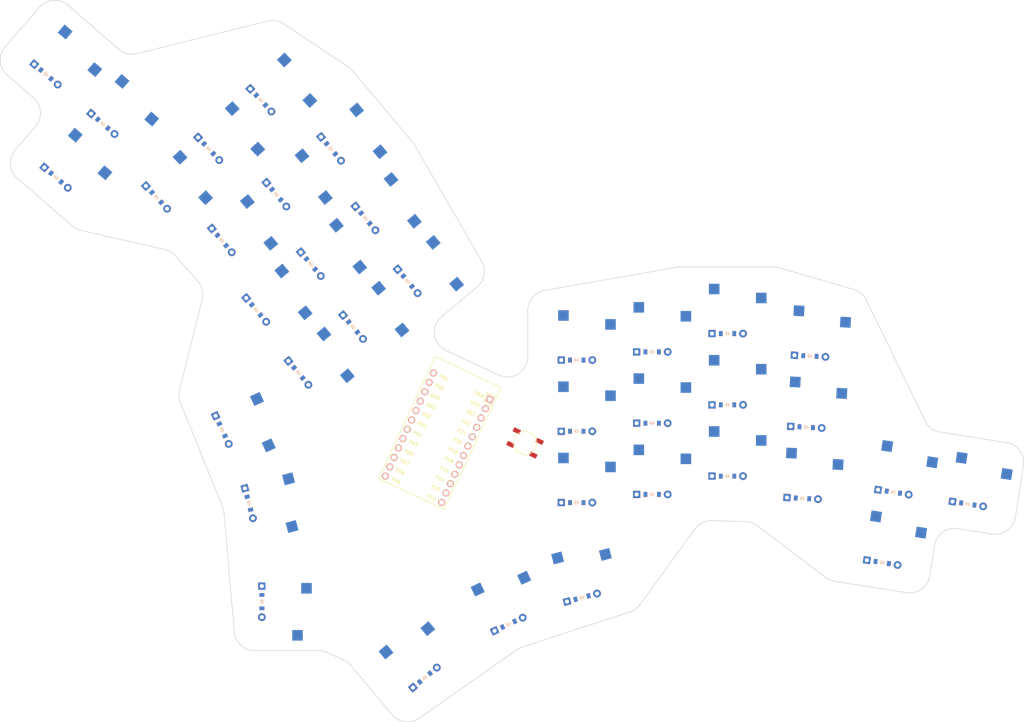
<source format=kicad_pcb>
(kicad_pcb (version 20240108) (generator "pcbnew") (generator_version "8.0")
  (title_block (title "tutorial") (rev "v1.0.0") (company "Unknown"))
  (layers (0 "F.Cu" signal) (31 "B.Cu" signal) (34 "B.Paste" user) (35 "F.Paste" user) (36 "B.SilkS" user "B.Silkscreen") (37 "F.SilkS" user "F.Silkscreen") (38 "B.Mask" user) (39 "F.Mask" user) (44 "Edge.Cuts" user))
  (net 0 "")
  (net 1 "P8")
  (net 2 "pinky_extension_home")
  (net 3 "pinky_bottom")
  (net 4 "pinky_home")
  (net 5 "P9")
  (net 6 "ring_bottom")
  (net 7 "ring_home")
  (net 8 "ring_top")
  (net 9 "P10")
  (net 10 "middle_bottom")
  (net 11 "middle_home")
  (net 12 "middle_top")
  (net 13 "P14")
  (net 14 "index_bottom")
  (net 15 "index_home")
  (net 16 "index_top")
  (net 17 "P15")
  (net 18 "inner_bottom")
  (net 19 "inner_home")
  (net 20 "inner_top")
  (net 21 "mirror_pinky_extension_home")
  (net 22 "mirror_pinky_bottom")
  (net 23 "mirror_pinky_home")
  (net 24 "mirror_ring_bottom")
  (net 25 "mirror_ring_home")
  (net 26 "mirror_ring_top")
  (net 27 "mirror_middle_bottom")
  (net 28 "mirror_middle_home")
  (net 29 "mirror_middle_top")
  (net 30 "mirror_index_bottom")
  (net 31 "mirror_index_home")
  (net 32 "mirror_index_top")
  (net 33 "mirror_inner_bottom")
  (net 34 "mirror_inner_home")
  (net 35 "mirror_inner_top")
  (net 36 "inner_default")
  (net 37 "center_default")
  (net 38 "outer_default")
  (net 39 "mirror_inner_default")
  (net 40 "mirror_center_default")
  (net 41 "mirror_outer_default")
  (net 42 "P0")
  (net 43 "P2")
  (net 44 "P1")
  (net 45 "P4")
  (net 46 "P6")
  (net 47 "P5")
  (net 48 "P3")
  (net 49 "P7")
  (net 50 "RAW")
  (net 51 "GND")
  (net 52 "RST")
  (net 53 "VCC")
  (net 54 "P21")
  (net 55 "P20")
  (net 56 "P19")
  (net 57 "P18")
  (net 58 "P16")
  (footprint "E73:SW_TACT_ALPS_SKQGABE010" (layer "F.Cu") (at 151.205777 122.64447 -25)
    (property "Reference" "B1" (hide yes))
    (property "Value" "" (hide yes))
    (pad "1" smd rect (at -3.1 -1.85 335) (size 1.8 1.1) (layers "F.Cu" "F.Paste" "F.Mask") (net 51 "GND"))
    (pad "1" smd rect (at 3.1 -1.85 335) (size 1.8 1.1) (layers "F.Cu" "F.Paste" "F.Mask") (net 51 "GND"))
    (pad "2" smd rect (at -3.1 1.85 335) (size 1.8 1.1) (layers "F.Cu" "F.Paste" "F.Mask") (net 52 "RST"))
    (pad "2" smd rect (at 3.1 1.85 335) (size 1.8 1.1) (layers "F.Cu" "F.Paste" "F.Mask") (net 52 "RST"))
  )
  (footprint "ComboDiode" (layer "F.Cu") (at 163.894977 119.792119)
    (property "Reference" "D29" (hide yes))
    (property "Value" "" (hide yes))
    (pad "1" thru_hole rect (at -3.81 0) (size 1.778 1.778) (drill 0.9906) (layers "*.Cu" "*.Mask") (net 47 "P5"))
    (pad "1" smd rect (at -1.65 0) (size 0.9 1.2) (layers "F.Cu" "F.Paste" "F.Mask") (net 47 "P5"))
    (pad "1" smd rect (at -1.65 0) (size 0.9 1.2) (layers "B.Cu" "B.Paste" "B.Mask") (net 47 "P5"))
    (pad "2" smd rect (at 1.65 0) (size 0.9 1.2) (layers "F.Cu" "F.Paste" "F.Mask") (net 34 "mirror_inner_home"))
    (pad "2" smd rect (at 1.65 0) (size 0.9 1.2) (layers "B.Cu" "B.Paste" "B.Mask") (net 34 "mirror_inner_home"))
    (pad "2" thru_hole circle (at 3.81 0) (size 1.905 1.905) (drill 0.9906) (layers "*.Cu" "*.Mask") (net 34 "mirror_inner_home"))
  )
  (footprint "PG1350" (layer "F.Cu") (at 200.894978 108.292121)
    (property "Reference" "S23" (hide yes))
    (property "Value" "" (hide yes))
    (pad "" np_thru_hole circle (at -5.5 0 335) (size 1.7018 1.7018) (drill 1.7018) (layers "*.Cu" "*.Mask"))
    (pad "" np_thru_hole circle (at 0 -5.95 335) (size 3 3) (drill 3) (layers "*.Cu" "*.Mask"))
    (pad "" np_thru_hole circle (at 0 0 335) (size 3.429 3.429) (drill 3.429) (layers "*.Cu" "*.Mask"))
    (pad "" np_thru_hole circle (at 5 -3.750001 335) (size 3 3) (drill 3) (layers "*.Cu" "*.Mask"))
    (pad "" np_thru_hole circle (at 5.5 0 335) (size 1.7018 1.7018) (drill 1.7018) (layers "*.Cu" "*.Mask"))
    (pad "1" smd rect (at -3.275 -5.950001) (size 2.6 2.6) (layers "B.Cu" "B.Paste" "B.Mask") (net 9 "P10"))
    (pad "2" smd rect (at 8.275 -3.749999) (size 2.6 2.6) (layers "B.Cu" "B.Paste" "B.Mask") (net 28 "mirror_middle_home"))
  )
  (footprint "ComboDiode" (layer "F.Cu") (at 95.576253 105.434577 -50)
    (property "Reference" "D13" (hide yes))
    (property "Value" "" (hide yes))
    (pad "1" thru_hole rect (at -3.810001 0 310) (size 1.778 1.778) (drill 0.9906) (layers "*.Cu" "*.Mask") (net 43 "P2"))
    (pad "1" smd rect (at -1.65 0.000001 310) (size 0.9 1.2) (layers "F.Cu" "F.Paste" "F.Mask") (net 43 "P2"))
    (pad "1" smd rect (at -1.65 0.000001 310) (size 0.9 1.2) (layers "B.Cu" "B.Paste" "B.Mask") (net 43 "P2"))
    (pad "2" smd rect (at 1.65 -0.000001 310) (size 0.9 1.2) (layers "F.Cu" "F.Paste" "F.Mask") (net 18 "inner_bottom"))
    (pad "2" smd rect (at 1.65 -0.000001 310) (size 0.9 1.2) (layers "B.Cu" "B.Paste" "B.Mask") (net 18 "inner_bottom"))
    (pad "2" thru_hole circle (at 3.810001 0 310) (size 1.905 1.905) (drill 0.9906) (layers "*.Cu" "*.Mask") (net 18 "inner_bottom"))
  )
  (footprint "ComboDiode" (layer "F.Cu") (at 103.583956 50.415247 -50)
    (property "Reference" "D9" (hide yes))
    (property "Value" "" (hide yes))
    (pad "1" thru_hole rect (at -3.810001 0 310) (size 1.778 1.778) (drill 0.9906) (layers "*.Cu" "*.Mask") (net 42 "P0"))
    (pad "1" smd rect (at -1.65 0.000001 310) (size 0.9 1.2) (layers "F.Cu" "F.Paste" "F.Mask") (net 42 "P0"))
    (pad "1" smd rect (at -1.65 0.000001 310) (size 0.9 1.2) (layers "B.Cu" "B.Paste" "B.Mask") (net 42 "P0"))
    (pad "2" smd rect (at 1.65 -0.000001 310) (size 0.9 1.2) (layers "F.Cu" "F.Paste" "F.Mask") (net 12 "middle_top"))
    (pad "2" smd rect (at 1.65 -0.000001 310) (size 0.9 1.2) (layers "B.Cu" "B.Paste" "B.Mask") (net 12 "middle_top"))
    (pad "2" thru_hole circle (at 3.810001 0 310) (size 1.905 1.905) (drill 0.9906) (layers "*.Cu" "*.Mask") (net 12 "middle_top"))
  )
  (footprint "PG1350" (layer "F.Cu") (at 242.376411 129.801073 -9)
    (property "Reference" "S18" (hide yes))
    (property "Value" "" (hide yes))
    (pad "" np_thru_hole circle (at -5.499999 -0.000001 335) (size 1.7018 1.7018) (drill 1.7018) (layers "*.Cu" "*.Mask"))
    (pad "" np_thru_hole circle (at 0 -5.949999 335) (size 3 3) (drill 3) (layers "*.Cu" "*.Mask"))
    (pad "" np_thru_hole circle (at 0 0 335) (size 3.429 3.429) (drill 3.429) (layers "*.Cu" "*.Mask"))
    (pad "" np_thru_hole circle (at 5 -3.75 335) (size 3 3) (drill 3) (layers "*.Cu" "*.Mask"))
    (pad "" np_thru_hole circle (at 5.499999 0.000001 335) (size 1.7018 1.7018) (drill 1.7018) (layers "*.Cu" "*.Mask"))
    (pad "1" smd rect (at -3.275 -5.950001 351) (size 2.6 2.6) (layers "B.Cu" "B.Paste" "B.Mask") (net 1 "P8"))
    (pad "2" smd rect (at 8.275 -3.75 351) (size 2.6 2.6) (layers "B.Cu" "B.Paste" "B.Mask") (net 23 "mirror_pinky_home"))
  )
  (footprint "ComboDiode" (layer "F.Cu") (at 241.594239 134.739514 -9)
    (property "Reference" "D18" (hide yes))
    (property "Value" "" (hide yes))
    (pad "1" thru_hole rect (at -3.810001 -0.000001 351) (size 1.778 1.778) (drill 0.9906) (layers "*.Cu" "*.Mask") (net 47 "P5"))
    (pad "1" smd rect (at -1.65 0 351) (size 0.9 1.2) (layers "F.Cu" "F.Paste" "F.Mask") (net 47 "P5"))
    (pad "1" smd rect (at -1.65 0 351) (size 0.9 1.2) (layers "B.Cu" "B.Paste" "B.Mask") (net 47 "P5"))
    (pad "2" smd rect (at 1.65 0 351) (size 0.9 1.2) (layers "F.Cu" "F.Paste" "F.Mask") (net 23 "mirror_pinky_home"))
    (pad "2" smd rect (at 1.65 0 351) (size 0.9 1.2) (layers "B.Cu" "B.Paste" "B.Mask") (net 23 "mirror_pinky_home"))
    (pad "2" thru_hole circle (at 3.810001 0.000001 351) (size 1.905 1.905) (drill 0.9906) (layers "*.Cu" "*.Mask") (net 23 "mirror_pinky_home"))
  )
  (footprint "PG1350" (layer "F.Cu") (at 102.452772 75.514458 -50)
    (property "Reference" "S11" (hide yes))
    (property "Value" "" (hide yes))
    (pad "" np_thru_hole circle (at -5.5 0 335) (size 1.7018 1.7018) (drill 1.7018) (layers "*.Cu" "*.Mask"))
    (pad "" np_thru_hole circle (at 0 0 335) (size 3.429 3.429) (drill 3.429) (layers "*.Cu" "*.Mask"))
    (pad "" np_thru_hole circle (at 0.000001 -5.95 335) (size 3 3) (drill 3) (layers "*.Cu" "*.Mask"))
    (pad "" np_thru_hole circle (at 4.999999 -3.75 335) (size 3 3) (drill 3) (layers "*.Cu" "*.Mask"))
    (pad "" np_thru_hole circle (at 5.5 0 335) (size 1.7018 1.7018) (drill 1.7018) (layers "*.Cu" "*.Mask"))
    (pad "1" smd rect (at -3.275 -5.95 310) (size 2.6 2.6) (layers "B.Cu" "B.Paste" "B.Mask") (net 13 "P14"))
    (pad "2" smd rect (at 8.275 -3.75 310) (size 2.6 2.6) (layers "B.Cu" "B.Paste" "B.Mask") (net 15 "index_home"))
  )
  (footprint "PG1350" (layer "F.Cu") (at 99.406475 102.220639 -50)
    (property "Reference" "S13" (hide yes))
    (property "Value" "" (hide yes))
    (pad "" np_thru_hole circle (at -5.5 0 335) (size 1.7018 1.7018) (drill 1.7018) (layers "*.Cu" "*.Mask"))
    (pad "" np_thru_hole circle (at 0 0 335) (size 3.429 3.429) (drill 3.429) (layers "*.Cu" "*.Mask"))
    (pad "" np_thru_hole circle (at 0.000001 -5.95 335) (size 3 3) (drill 3) (layers "*.Cu" "*.Mask"))
    (pad "" np_thru_hole circle (at 4.999999 -3.75 335) (size 3 3) (drill 3) (layers "*.Cu" "*.Mask"))
    (pad "" np_thru_hole circle (at 5.5 0 335) (size 1.7018 1.7018) (drill 1.7018) (layers "*.Cu" "*.Mask"))
    (pad "1" smd rect (at -3.275 -5.95 310) (size 2.6 2.6) (layers "B.Cu" "B.Paste" "B.Mask") (net 17 "P15"))
    (pad "2" smd rect (at 8.275 -3.75 310) (size 2.6 2.6) (layers "B.Cu" "B.Paste" "B.Mask") (net 18 "inner_bottom"))
  )
  (footprint "ComboDiode" (layer "F.Cu") (at 126.620529 180.272913 40)
    (property "Reference" "D36" (hide yes))
    (property "Value" "" (hide yes))
    (pad "1" thru_hole rect (at -3.810001 0 40) (size 1.778 1.778) (drill 0.9906) (layers "*.Cu" "*.Mask") (net 49 "P7"))
    (pad "1" smd rect (at -1.65 0.000001 40) (size 0.9 1.2) (layers "F.Cu" "F.Paste" "F.Mask") (net 49 "P7"))
    (pad "1" smd rect (at -1.65 0.000001 40) (size 0.9 1.2) (layers "B.Cu" "B.Paste" "B.Mask") (net 49 "P7"))
    (pad "2" smd rect (at 1.65 -0.000001 40) (size 0.9 1.2) (layers "F.Cu" "F.Paste" "F.Mask") (net 41 "mirror_outer_default"))
    (pad "2" smd rect (at 1.65 -0.000001 40) (size 0.9 1.2) (layers "B.Cu" "B.Paste" "B.Mask") (net 41 "mirror_outer_default"))
    (pad "2" thru_hole circle (at 3.810001 0 40) (size 1.905 1.905) (drill 0.9906) (layers "*.Cu" "*.Mask") (net 41 "mirror_outer_default"))
  )
  (footprint "PG1350" (layer "F.Cu") (at 239.638807 147.085619 -9)
    (property "Reference" "S17" (hide yes))
    (property "Value" "" (hide yes))
    (pad "" np_thru_hole circle (at -5.499999 -0.000001 335) (size 1.7018 1.7018) (drill 1.7018) (layers "*.Cu" "*.Mask"))
    (pad "" np_thru_hole circle (at 0 -5.949999 335) (size 3 3) (drill 3) (layers "*.Cu" "*.Mask"))
    (pad "" np_thru_hole circle (at 0 0 335) (size 3.429 3.429) (drill 3.429) (layers "*.Cu" "*.Mask"))
    (pad "" np_thru_hole circle (at 5 -3.75 335) (size 3 3) (drill 3) (layers "*.Cu" "*.Mask"))
    (pad "" np_thru_hole circle (at 5.499999 0.000001 335) (size 1.7018 1.7018) (drill 1.7018) (layers "*.Cu" "*.Mask"))
    (pad "1" smd rect (at -3.275 -5.950001 351) (size 2.6 2.6) (layers "B.Cu" "B.Paste" "B.Mask") (net 1 "P8"))
    (pad "2" smd rect (at 8.275 -3.75 351) (size 2.6 2.6) (layers "B.Cu" "B.Paste" "B.Mask") (net 22 "mirror_pinky_bottom"))
  )
  (footprint "PG1350" (layer "F.Cu") (at 112.812253 90.971856 -50)
    (property "Reference" "S14" (hide yes))
    (property "Value" "" (hide yes))
    (pad "" np_thru_hole circle (at -5.5 0 335) (size 1.7018 1.7018) (drill 1.7018) (layers "*.Cu" "*.Mask"))
    (pad "" np_thru_hole circle (at 0 0 335) (size 3.429 3.429) (drill 3.429) (layers "*.Cu" "*.Mask"))
    (pad "" np_thru_hole circle (at 0.000001 -5.95 335) (size 3 3) (drill 3) (layers "*.Cu" "*.Mask"))
    (pad "" np_thru_hole circle (at 4.999999 -3.75 335) (size 3 3) (drill 3) (layers "*.Cu" "*.Mask"))
    (pad "" np_thru_hole circle (at 5.5 0 335) (size 1.7018 1.7018) (drill 1.7018) (layers "*.Cu" "*.Mask"))
    (pad "1" smd rect (at -3.275 -5.95 310) (size 2.6 2.6) (layers "B.Cu" "B.Paste" "B.Mask") (net 17 "P15"))
    (pad "2" smd rect (at 8.275 -3.75 310) (size 2.6 2.6) (layers "B.Cu" "B.Paste" "B.Mask") (net 19 "inner_home"))
  )
  (footprint "ComboDiode" (layer "F.Cu") (at 182.394977 135.29212)
    (property "Reference" "D25" (hide yes))
    (property "Value" "" (hide yes))
    (pad "1" thru_hole rect (at -3.81 0) (size 1.778 1.778) (drill 0.9906) (layers "*.Cu" "*.Mask") (net 46 "P6"))
    (pad "1" smd rect (at -1.65 0) (size 0.9 1.2) (layers "F.Cu" "F.Paste" "F.Mask") (net 46 "P6"))
    (pad "1" smd rect (at -1.65 0) (size 0.9 1.2) (layers "B.Cu" "B.Paste" "B.Mask") (net 46 "P6"))
    (pad "2" smd rect (at 1.65 0) (size 0.9 1.2) (layers "F.Cu" "F.Paste" "F.Mask") (net 30 "mirror_index_bottom"))
    (pad "2" smd rect (at 1.65 0) (size 0.9 1.2) (layers "B.Cu" "B.Paste" "B.Mask") (net 30 "mirror_index_bottom"))
    (pad "2" thru_hole circle (at 3.81 0) (size 1.905 1.905) (drill 0.9906) (layers "*.Cu" "*.Mask") (net 30 "mirror_index_bottom"))
  )
  (footprint "PG1350" (layer "F.Cu") (at 77.215726 46.989167 -47)
    (property "Reference" "S5" (hide yes))
    (property "Value" "" (hide yes))
    (pad "" np_thru_hole circle (at -5.5 0 335) (size 1.7018 1.7018) (drill 1.7018) (layers "*.Cu" "*.Mask"))
    (pad "" np_thru_hole circle (at 0 -5.949999 335) (size 3 3) (drill 3) (layers "*.Cu" "*.Mask"))
    (pad "" np_thru_hole circle (at 0 0 335) (size 3.429 3.429) (drill 3.429) (layers "*.Cu" "*.Mask"))
    (pad "" np_thru_hole circle (at 5 -3.75 335) (size 3 3) (drill 3) (layers "*.Cu" "*.Mask"))
    (pad "" np_thru_hole circle (at 5.5 0 335) (size 1.7018 1.7018) (drill 1.7018) (layers "*.Cu" "*.Mask"))
    (pad "1" smd rect (at -3.275 -5.95 313) (size 2.6 2.6) (layers "B.Cu" "B.Paste" "B.Mask") (net 5 "P9"))
    (pad "2" smd rect (at 8.275 -3.75 313) (size 2.6 2.6) (layers "B.Cu" "B.Paste" "B.Mask") (net 7 "ring_home"))
  )
  (footprint "ComboDiode" (layer "F.Cu") (at 73.558957 50.399157 -47)
    (property "Reference" "D5" (hide yes))
    (property "Value" "" (hide yes))
    (pad "1" thru_hole rect (at -3.809999 0 313) (size 1.778 1.778) (drill 0.9906) (layers "*.Cu" "*.Mask") (net 44 "P1"))
    (pad "1" smd rect (at -1.65 0 313) (size 0.9 1.2) (layers "F.Cu" "F.Paste" "F.Mask") (net 44 "P1"))
    (pad "1" smd rect (at -1.65 0 313) (size 0.9 1.2) (layers "B.Cu" "B.Paste" "B.Mask") (net 44 "P1"))
    (pad "2" smd rect (at 1.65 0 313) (size 0.9 1.2) (layers "F.Cu" "F.Paste" "F.Mask") (net 7 "ring_home"))
    (pad "2" smd rect (at 1.65 0 313) (size 0.9 1.2) (layers "B.Cu" "B.Paste" "B.Mask") (net 7 "ring_home"))
    (pad "2" thru_hole circle (at 3.809999 0 313) (size 1.905 1.905) (drill 0.9906) (layers "*.Cu" "*.Mask") (net 7 "ring_home"))
  )
  (footprint "ComboDiode" (layer "F.Cu") (at 182.394978 117.792121)
    (property "Reference" "D26" (hide yes))
    (property "Value" "" (hide yes))
    (pad "1" thru_hole rect (at -3.81 0) (size 1.778 1.778) (drill 0.9906) (layers "*.Cu" "*.Mask") (net 47 "P5"))
    (pad "1" smd rect (at -1.65 0) (size 0.9 1.2) (layers "F.Cu" "F.Paste" "F.Mask") (net 47 "P5"))
    (pad "1" smd rect (at -1.65 0) (size 0.9 1.2) (layers "B.Cu" "B.Paste" "B.Mask") (net 47 "P5"))
    (pad "2" smd rect (at 1.65 0) (size 0.9 1.2) (layers "F.Cu" "F.Paste" "F.Mask") (net 31 "mirror_index_home"))
    (pad "2" smd rect (at 1.65 0) (size 0.9 1.2) (layers "B.Cu" "B.Paste" "B.Mask") (net 31 "mirror_index_home"))
    (pad "2" thru_hole circle (at 3.81 0) (size 1.905 1.905) (drill 0.9906) (layers "*.Cu" "*.Mask") (net 31 "mirror_index_home"))
  )
  (footprint "ComboDiode" (layer "F.Cu") (at 165.189072 160.62175 15)
    (property "Reference" "D34" (hide yes))
    (property "Value" "" (hide yes))
    (pad "1" thru_hole rect (at -3.81 0.000001 15) (size 1.778 1.778) (drill 0.9906) (layers "*.Cu" "*.Mask") (net 49 "P7"))
    (pad "1" smd rect (at -1.650001 0 15) (size 0.9 1.2) (layers "F.Cu" "F.Paste" "F.Mask") (net 49 "P7"))
    (pad "1" smd rect (at -1.650001 0 15) (size 0.9 1.2) (layers "B.Cu" "B.Paste" "B.Mask") (net 49 "P7"))
    (pad "2" smd rect (at 1.650001 0 15) (size 0.9 1.2) (layers "F.Cu" "F.Paste" "F.Mask") (net 39 "mirror_inner_default"))
    (pad "2" smd rect (at 1.650001 0 15) (size 0.9 1.2) (layers "B.Cu" "B.Paste" "B.Mask") (net 39 "mirror_inner_default"))
    (pad "2" thru_hole circle (at 3.81 -0.000001 15) (size 1.905 1.905) (drill 0.9906) (layers "*.Cu" "*.Mask") (net 39 "mirror_inner_default"))
  )
  (footprint "ComboDiode" (layer "F.Cu") (at 85.216772 89.977179 -50)
    (property "Reference" "D10" (hide yes))
    (property "Value" "" (hide yes))
    (pad "1" thru_hole rect (at -3.810001 0 310) (size 1.778 1.778) (drill 0.9906) (layers "*.Cu" "*.Mask") (net 43 "P2"))
    (pad "1" smd rect (at -1.65 0.000001 310) (size 0.9 1.2) (layers "F.Cu" "F.Paste" "F.Mask") (net 43 "P2"))
    (pad "1" smd rect (at -1.65 0.000001 310) (size 0.9 1.2) (layers "B.Cu" "B.Paste" "B.Mask") (net 43 "P2"))
    (pad "2" smd rect (at 1.65 -0.000001 310) (size 0.9 1.2) (layers "F.Cu" "F.Paste" "F.Mask") (net 14 "index_bottom"))
    (pad "2" smd rect (at 1.65 -0.000001 310) (size 0.9 1.2) (layers "B.Cu" "B.Paste" "B.Mask") (net 14 "index_bottom"))
    (pad "2" thru_hole circle (at 3.810001 0 310) (size 1.905 1.905) (drill 0.9906) (layers "*.Cu" "*.Mask") (net 14 "index_bottom"))
  )
  (footprint "ComboDiode" (layer "F.Cu") (at 86.357646 38.464187 -47)
    (property "Reference" "D6" (hide yes))
    (property "Value" "" (hide yes))
    (pad "1" thru_hole rect (at -3.809999 0 313) (size 1.778 1.778) (drill 0.9906) (layers "*.Cu" "*.Mask") (net 42 "P0"))
    (pad "1" smd rect (at -1.65 0 313) (size 0.9 1.2) (layers "F.Cu" "F.Paste" "F.Mask") (net 42 "P0"))
    (pad "1" smd rect (at -1.65 0 313) (size 0.9 1.2) (layers "B.Cu" "B.Paste" "B.Mask") (net 42 "P0"))
    (pad "2" smd rect (at 1.65 0 313) (size 0.9 1.2) (layers "F.Cu" "F.Paste" "F.Mask") (net 8 "ring_top"))
    (pad "2" smd rect (at 1.65 0 313) (size 0.9 1.2) (layers "B.Cu" "B.Paste" "B.Mask") (net 8 "ring_top"))
    (pad "2" thru_hole circle (at 3.809999 0 313) (size 1.905 1.905) (drill 0.9906) (layers "*.Cu" "*.Mask") (net 8 "ring_top"))
  )
  (footprint "PG1350" (layer "F.Cu") (at 200.894977 90.792121)
    (property "Reference" "S24" (hide yes))
    (property "Value" "" (hide yes))
    (pad "" np_thru_hole circle (at -5.5 0 335) (size 1.7018 1.7018) (drill 1.7018) (layers "*.Cu" "*.Mask"))
    (pad "" np_thru_hole circle (at 0 -5.95 335) (size 3 3) (drill 3) (layers "*.Cu" "*.Mask"))
    (pad "" np_thru_hole circle (at 0 0 335) (size 3.429 3.429) (drill 3.429) (layers "*.Cu" "*.Mask"))
    (pad "" np_thru_hole circle (at 5 -3.750001 335) (size 3 3) (drill 3) (layers "*.Cu" "*.Mask"))
    (pad "" np_thru_hole circle (at 5.5 0 335) (size 1.7018 1.7018) (drill 1.7018) (layers "*.Cu" "*.Mask"))
    (pad "1" smd rect (at -3.275 -5.950001) (size 2.6 2.6) (layers "B.Cu" "B.Paste" "B.Mask") (net 9 "P10"))
    (pad "2" smd rect (at 8.275 -3.749999) (size 2.6 2.6) (layers "B.Cu" "B.Paste" "B.Mask") (net 29 "mirror_middle_top"))
  )
  (footprint "ComboDiode" (layer "F.Cu") (at 259.866473 137.633552 -9)
    (property "Reference" "D16" (hide yes))
    (property "Value" "" (hide yes))
    (pad "1" thru_hole rect (at -3.810001 -0.000001 351) (size 1.778 1.778) (drill 0.9906) (layers "*.Cu" "*.Mask") (net 45 "P4"))
    (pad "1" smd rect (at -1.65 0 351) (size 0.9 1.2) (layers "F.Cu" "F.Paste" "F.Mask") (net 45 "P4"))
    (pad "1" smd rect (at -1.65 0 351) (size 0.9 1.2) (layers "B.Cu" "B.Paste" "B.Mask") (net 45 "P4"))
    (pad "2" smd rect (at 1.65 0 351) (size 0.9 1.2) (layers "F.Cu" "F.Paste" "F.Mask") (net 21 "mirror_pinky_extension_home"))
    (pad "2" smd rect (at 1.65 0 351) (size 0.9 1.2) (layers "B.Cu" "B.Paste" "B.Mask") (net 21 "mirror_pinky_extension_home"))
    (pad "2" thru_hole circle (at 3.810001 0.000001 351) (size 1.905 1.905) (drill 0.9906) (layers "*.Cu" "*.Mask") (net 21 "mirror_pinky_extension_home"))
  )
  (footprint "ComboDiode" (layer "F.Cu") (at 86.610609 161.615981 -90)
    (property "Reference" "D33" (hide yes))
    (property "Value" "" (hide yes))
    (pad "1" thru_hole rect (at -3.81 0 270) (size 1.778 1.778) (drill 0.9906) (layers "*.Cu" "*.Mask") (net 48 "P3"))
    (pad "1" smd rect (at -1.65 0 270) (size 0.9 1.2) (layers "F.Cu" "F.Paste" "F.Mask") (net 48 "P3"))
    (pad "1" smd rect (at -1.65 0 270) (size 0.9 1.2) (layers "B.Cu" "B.Paste" "B.Mask") (net 48 "P3"))
    (pad "2" smd rect (at 1.65 0 270) (size 0.9 1.2) (layers "F.Cu" "F.Paste" "F.Mask") (net 38 "outer_default"))
    (pad "2" smd rect (at 1.65 0 270) (size 0.9 1.2) (layers "B.Cu" "B.Paste" "B.Mask") (net 38 "outer_default"))
    (pad "2" thru_hole circle (at 3.81 0 270) (size 1.905 1.905) (drill 0.9906) (layers "*.Cu" "*.Mask") (net 38 "outer_default"))
  )
  (footprint "ComboDiode" (layer "F.Cu") (at 112.028327 67.479613 -50)
    (property "Reference" "D12" (hide yes))
    (property "Value" "" (hide yes))
    (pad "1" thru_hole rect (at -3.810001 0 310) (size 1.778 1.778) (drill 0.9906) (layers "*.Cu" "*.Mask") (net 42 "P0"))
    (pad "1" smd rect (at -1.65 0.000001 310) (size 0.9 1.2) (layers "F.Cu" "F.Paste" "F.Mask") (net 42 "P0"))
    (pad "1" smd rect (at -1.65 0.000001 310) (size 0.9 1.2) (layers "B.Cu" "B.Paste" "B.Mask") (net 42 "P0"))
    (pad "2" smd rect (at 1.65 -0.000001 310) (size 0.9 1.2) (layers "F.Cu" "F.Paste" "F.Mask") (net 16 "index_top"))
    (pad "2" smd rect (at 1.65 -0.000001 310) (size 0.9 1.2) (layers "B.Cu" "B.Paste" "B.Mask") (net 16 "index_top"))
    (pad "2" thru_hole circle (at 3.810001 0 310) (size 1.905 1.905) (drill 0.9906) (layers "*.Cu" "*.Mask") (net 16 "index_top"))
  )
  (footprint "PG1350" (layer "F.Cu") (at 107.414178 47.201308 -50)
    (property "Reference" "S9" (hide yes))
    (property "Value" "" (hide yes))
    (pad "" np_thru_hole circle (at -5.5 0 335) (size 1.7018 1.7018) (drill 1.7018) (layers "*.Cu" "*.Mask"))
    (pad "" np_thru_hole circle (at 0 0 335) (size 3.429 3.429) (drill 3.429) (layers "*.Cu" "*.Mask"))
    (pad "" np_thru_hole circle (at 0.000001 -5.95 335) (size 3 3) (drill 3) (layers "*.Cu" "*.Mask"))
    (pad "" np_thru_hole circle (at 4.999999 -3.75 335) (size 3 3) (drill 3) (layers "*.Cu" "*.Mask"))
    (pad "" np_thru_hole circle (at 5.5 0 335) (size 1.7018 1.7018) (drill 1.7018) (layers "*.Cu" "*.Mask"))
    (pad "1" smd rect (at -3.275 -5.95 310) (size 2.6 2.6) (layers "B.Cu" "B.Paste" "B.Mask") (net 9 "P10"))
    (pad "2" smd rect (at 8.275 -3.75 310) (size 2.6 2.6) (layers "B.Cu" "B.Paste" "B.Mask") (net 12 "middle_top"))
  )
  (footprint "PG1350" (layer "F.Cu") (at 91.610609 161.615981 -90)
    (property "Reference" "S33" (hide yes))
    (property "Value" "" (hide yes))
    (pad "" np_thru_hole circle (at -5.5 0 335) (size 1.7018 1.7018) (drill 1.7018) (layers "*.Cu" "*.Mask"))
    (pad "" np_thru_hole circle (at 0 -5.95 335) (size 3 3) (drill 3) (layers "*.Cu" "*.Mask"))
    (pad "" np_thru_hole circle (at 0 0 335) (size 3.429 3.429) (drill 3.429) (layers "*.Cu" "*.Mask"))
    (pad "" np_thru_hole circle (at 5 -3.750001 335) (size 3 3) (drill 3) (layers "*.Cu" "*.Mask"))
    (pad "" np_thru_hole circle (at 5.5 0 335) (size 1.7018 1.7018) (drill 1.7018) (layers "*.Cu" "*.Mask"))
    (pad "1" smd rect (at -3.275 -5.950001 270) (size 2.6 2.6) (layers "B.Cu" "B.Paste" "B.Mask") (net 17 "P15"))
    (pad "2" smd rect (at 8.275 -3.749999 270) (size 2.6 2.6) (layers "B.Cu" "B.Paste" "B.Mask") (net 38 "outer_default"))
  )
  (footprint "ComboDiode" (layer "F.Cu") (at 163.894978 137.292121)
    (property "Reference" "D28" (hide yes))
    (property "Value" "" (hide yes))
    (pad "1" thru_hole rect (at -3.81 0) (size 1.778 1.778) (drill 0.9906) (layers "*.Cu" "*.Mask") (net 46 "P6"))
    (pad "1" smd rect (at -1.65 0) (size 0.9 1.2) (layers "F.Cu" "F.Paste" "F.Mask") (net 46 "P6"))
    (pad "1" smd rect (at -1.65 0) (size 0.9 1.2) (layers "B.Cu" "B.Paste" "B.Mask") (net 46 "P6"))
    (pad "2" smd rect (at 1.65 0) (size 0.9 1.2) (layers "F.Cu" "F.Paste" "F.Mask") (net 33 "mirror_inner_bottom"))
    (pad "2" smd rect (at 1.65 0) (size 0.9 1.2) (layers "B.Cu" "B.Paste" "B.Mask") (net 33 "mirror_inner_bottom"))
    (pad "2" thru_hole circle (at 3.81 0) (size 1.905 1.905) (drill 0.9906) (layers "*.Cu" "*.Mask") (net 33 "mirror_inner_bottom"))
  )
  (footprint "ComboDiode" (layer "F.Cu") (at 60.760266 62.33413 -47)
    (property "Reference" "D4" (hide yes))
    (property "Value" "" (hide yes))
    (pad "1" thru_hole rect (at -3.809999 0 313) (size 1.778 1.778) (drill 0.9906) (layers "*.Cu" "*.Mask") (net 43 "P2"))
    (pad "1" smd rect (at -1.65 0 313) (size 0.9 1.2) (layers "F.Cu" "F.Paste" "F.Mask") (net 43 "P2"))
    (pad "1" smd rect (at -1.65 0 313) (size 0.9 1.2) (layers "B.Cu" "B.Paste" "B.Mask") (net 43 "P2"))
    (pad "2" smd rect (at 1.65 0 313) (size 0.9 1.2) (layers "F.Cu" "F.Paste" "F.Mask") (net 6 "ring_bottom"))
    (pad "2" smd rect (at 1.65 0 313) (size 0.9 1.2) (layers "B.Cu" "B.Paste" "B.Mask") (net 6 "ring_bottom"))
    (pad "2" thru_hole circle (at 3.809999 0 313) (size 1.905 1.905) (drill 0.9906) (layers "*.Cu" "*.Mask") (net 6 "ring_bottom"))
  )
  (footprint "PG1350" (layer "F.Cu") (at 94.008401 58.450091 -50)
    (property "Reference" "S8" (hide yes))
    (property "Value" "" (hide yes))
    (pad "" np_thru_hole circle (at -5.5 0 335) (size 1.7018 1.7018) (drill 1.7018) (layers "*.Cu" "*.Mask"))
    (pad "" np_thru_hole circle (at 0 0 335) (size 3.429 3.429) (drill 3.429) (layers "*.Cu" "*.Mask"))
    (pad "" np_thru_hole circle (at 0.000001 -5.95 335) (size 3 3) (drill 3) (layers "*.Cu" "*.Mask"))
    (pad "" np_thru_hole circle (at 4.999999 -3.75 335) (size 3 3) (drill 3) (layers "*.Cu" "*.Mask"))
    (pad "" np_thru_hole circle (at 5.5 0 335) (size 1.7018 1.7018) (drill 1.7018) (layers "*.Cu" "*.Mask"))
    (pad "1" smd rect (at -3.275 -5.95 310) (size 2.6 2.6) (layers "B.Cu" "B.Paste" "B.Mask") (net 9 "P10"))
    (pad "2" smd rect (at 8.275 -3.75 310) (size 2.6 2.6) (layers "B.Cu" "B.Paste" "B.Mask") (net 11 "middle_home"))
  )
  (footprint "ComboDiode" (layer "F.Cu") (at 200.894977 130.79212)
    (property "Reference" "D22" (hide yes))
    (property "Value" "" (hide yes))
    (pad "1" thru_hole rect (at -3.81 0) (size 1.778 1.778) (drill 0.9906) (layers "*.Cu" "*.Mask") (net 46 "P6"))
    (pad "1" smd rect (at -1.65 0) (size 0.9 1.2) (layers "F.Cu" "F.Paste" "F.Mask") (net 46 "P6"))
    (pad "1" smd rect (at -1.65 0) (size 0.9 1.2) (layers "B.Cu" "B.Paste" "B.Mask") (net 46 "P6"))
    (pad "2" smd rect (at 1.65 0) (size 0.9 1.2) (layers "F.Cu" "F.Paste" "F.Mask") (net 27 "mirror_middle_bottom"))
    (pad "2" smd rect (at 1.65 0) (size 0.9 1.2) (layers "B.Cu" "B.Paste" "B.Mask") (net 27 "mirror_middle_bottom"))
    (pad "2" thru_hole circle (at 3.81 0) (size 1.905 1.905) (drill 0.9906) (layers "*.Cu" "*.Mask") (net 27 "mirror_middle_bottom"))
  )
  (footprint "PG1350" (layer "F.Cu") (at 36.905709 28.362065 -41)
    (property "Reference" "S1" (hide yes))
    (property "Value" "" (hide yes))
    (pad "" np_thru_hole circle (at -5.5 0.000001 335) (size 1.7018 1.7018) (drill 1.7018) (layers "*.Cu" "*.Mask"))
    (pad "" np_thru_hole circle (at 0 -5.949999 335) (size 3 3) (drill 3) (layers "*.Cu" "*.Mask"))
    (pad "" np_thru_hole circle (at 0 0 335) (size 3.429 3.429) (drill 3.429) (layers "*.Cu" "*.Mask"))
    (pad "" np_thru_hole circle (at 5 -3.750001 335) (size 3 3) (drill 3) (layers "*.Cu" "*.Mask"))
    (pad "" np_thru_hole circle (at 5.5 -0.000001 335) (size 1.7018 1.7018) (drill 1.7018) (layers "*.Cu" "*.Mask"))
    (pad "1" smd rect (at -3.275 -5.95 319) (size 2.6 2.6) (layers "B.Cu" "B.Paste" "B.Mask") (net 1 "P8"))
    (pad "2" smd rect (at 8.275 -3.75 319) (size 2.6 2.6) (layers "B.Cu" "B.Paste" "B.Mask") (net 2 "pinky_extension_home"))
  )
  (footprint "PG1350" (layer "F.Cu") (at 81.404431 117.326147 -65)
    (property "Reference" "S31" (hide yes))
    (property "Value" "" (hide yes))
    (pad "" np_thru_hole circle (at -5.5 0 335) (size 1.7018 1.7018) (drill 1.7018) (layers "*.Cu" "*.Mask"))
    (pad "" np_thru_hole circle (at 0 -5.949999 335) (size 3 3) (drill 3) (layers "*.Cu" "*.Mask"))
    (pad "" np_thru_hole circle (at 0 0 335) (size 3.429 3.429) (drill 3.429) (layers "*.Cu" "*.Mask"))
    (pad "" np_thru_hole circle (at 5 -3.750001 335) (size 3 3) (drill 3) (layers "*.Cu" "*.Mask"))
    (pad "" np_thru_hole circle (at 5.5 0 335) (size 1.7018 1.7018) (drill 1.7018) (layers "*.Cu" "*.Mask"))
    (pad "1" smd rect (at -3.275001 -5.95 295) (size 2.6 2.6) (layers "B.Cu" "B.Paste" "B.Mask") (net 9 "P10"))
    (pad "2" smd rect (at 8.275 -3.749999 295) (size 2.6 2.6) (layers "B.Cu" "B.Paste" "B.Mask") (net 36 "inner_default"))
  )
  (footprint "PG1350" (layer "F.Cu") (at 80.602623 69.698875 -50)
    (property "Reference" "S7" (hide yes))
    (property "Value" "" (hide yes))
    (pad "" np_thru_hole circle (at -5.5 0 335) (size 1.7018 1.7018) (drill 1.7018) (layers "*.Cu" "*.Mask"))
    (pad "" np_thru_hole circle (at 0 0 335) (size 3.429 3.429) (drill 3.429) (layers "*.Cu" "*.Mask"))
    (pad "" np_thru_hole circle (at 0.000001 -5.95 335) (size 3 3) (drill 3) (layers "*.Cu" "*.Mask"))
    (pad "" np_thru_hole circle (at 4.999999 -3.75 335) (size 3 3) (drill 3) (layers "*.Cu" "*.Mask"))
    (pad "" np_thru_hole circle (at 5.5 0 335) (size 1.7018 1.7018) (drill 1.7018) (layers "*.Cu" "*.Mask"))
    (pad "1" smd rect (at -3.275 -5.95 310) (size 2.6 2.6) (layers "B.Cu" "B.Paste" "B.Mask") (net 9 "P10"))
    (pad "2" smd rect (at 8.275 -3.75 310) (size 2.6 2.6) (layers "B.Cu" "B.Paste" "B.Mask") (net 10 "middle_bottom"))
  )
  (footprint "ComboDiode" (layer "F.Cu") (at 33.625413 32.135613 -41)
    (property "Reference" "D1" (hide yes))
    (property "Value" "" (hide yes))
    (pad "1" thru_hole rect (at -3.81 0.000001 319) (size 1.778 1.778) (drill 0.9906) (layers "*.Cu" "*.Mask") (net 42 "P0"))
    (pad "1" smd rect (at -1.650001 0 319) (size 0.9 1.2) (layers "F.Cu" "F.Paste" "F.Mask") (net 42 "P0"))
    (pad "1" smd rect (at -1.650001 0 319) (size 0.9 1.2) (layers "B.Cu" "B.Paste" "B.Mask") (net 42 "P0"))
    (pad "2" smd rect (at 1.650001 0 319) (size 0.9 1.2) (layers "F.Cu" "F.Paste" "F.Mask") (net 2 "pinky_extension_home"))
    (pad "2" smd rect (at 1.650001 0 319) (size 0.9 1.2) (layers "B.Cu" "B.Paste" "B.Mask") (net 2 "pinky_extension_home"))
    (pad "2" thru_hole circle (at 3.81 -0.000001 319) (size 1.905 1.905) (drill 0.9906) (layers "*.Cu" "*.Mask") (net 2 "pinky_extension_home"))
  )
  (footprint "ComboDiode" (layer "F.Cu") (at 200.894977 113.29212)
    (property "Reference" "D23" (hide yes))
    (property "Value" "" (hide yes))
    (pad "1" thru_hole rect (at -3.81 0) (size 1.778 1.778) (drill 0.9906) (layers "*.Cu" "*.Mask") (net 47 "P5"))
    (pad "1" smd rect (at -1.65 0) (size 0.9 1.2) (layers "F.Cu" "F.Paste" "F.Mask") (net 47 "P5"))
    (pad "1" smd rect (at -1.65 0) (size 0.9 1.2) (layers "B.Cu" "B.Paste" "B.Mask") (net 47 "P5"))
    (pad "2" smd rect (at 1.65 0) (size 0.9 1.2) (layers "F.Cu" "F.Paste" "F.Mask") (net 28 "mirror_middle_home"))
    (pad "2" smd rect (at 1.65 0) (size 0.9 1.2) (layers "B.Cu" "B.Paste" "B.Mask") (net 28 "mirror_middle_home"))
    (pad "2" thru_hole circle (at 3.81 0) (size 1.905 1.905) (drill 0.9906) (layers "*.Cu" "*.Mask") (net 28 "mirror_middle_home"))
  )
  (footprint "PG1350" (layer "F.Cu") (at 163.894977 97.292119)
    (property "Reference" "S30" (hide yes))
    (property "Value" "" (hide yes))
    (pad "" np_thru_hole circle (at -5.5 0 335) (size 1.7018 1.7018) (drill 1.7018) (layers "*.Cu" "*.Mask"))
    (pad "" np_thru_hole circle (at 0 -5.95 335) (size 3 3) (drill 3) (layers "*.Cu" "*.Mask"))
    (pad "" np_thru_hole circle (at 0 0 335) (size 3.429 3.429) (drill 3.429) (layers "*.Cu" "*.Mask"))
    (pad "" np_thru_hole circle (at 5 -3.750001 335) (size 3 3) (drill 3) (layers "*.Cu" "*.Mask"))
    (pad "" np_thru_hole circle (at 5.5 0 335) (size 1.7018 1.7018) (drill 1.7018) (layers "*.Cu" "*.Mask"))
    (pad "1" smd rect (at -3.275 -5.950001) (size 2.6 2.6) (layers "B.Cu" "B.Paste" "B.Mask") (net 17 "P15"))
    (pad "2" smd rect (at 8.275 -3.749999) (size 2.6 2.6) (layers "B.Cu" "B.Paste" "B.Mask") (net 35 "mirror_inner_top"))
  )
  (footprint "ComboDiode" (layer "F.Cu") (at 238.856635 152.02406 -9)
    (property "Reference" "D17" (hide yes))
    (property "Value" "" (hide yes))
    (pad "1" thru_hole rect (at -3.810001 -0.000001 351) (size 1.778 1.778) (drill 0.9906) (layers "*.Cu" "*.Mask") (net 46 "P6"))
    (pad "1" smd rect (at -1.65 0 351) (size 0.9 1.2) (layers "F.Cu" "F.Paste" "F.Mask") (net 46 "P6"))
    (pad "1" smd rect (at -1.65 0 351) (size 0.9 1.2) (layers "B.Cu" "B.Paste" "B.Mask") (net 46 "P6"))
    (pad "2" smd rect (at 1.65 0 351) (size 0.9 1.2) (layers "F.Cu" "F.Paste" "F.Mask") (net 22 "mirror_pinky_bottom"))
    (pad "2" smd rect (at 1.65 0 351) (size 0.9 1.2) (layers "B.Cu" "B.Paste" "B.Mask") (net 22 "mirror_pinky_bottom"))
    (pad "2" thru_hole circle (at 3.810001 0.000001 351) (size 1.905 1.905) (drill 0.9906) (layers "*.Cu" "*.Mask") (net 22 "mirror_pinky_bottom"))
  )
  (footprint "PG1350" (layer "F.Cu") (at 219.552799 131.265132 -3)
    (property "Reference" "S19" (hide yes))
    (property "Value" "" (hide yes))
    (pad "" np_thru_hole circle (at -5.5 0 335) (size 1.7018 1.7018) (drill 1.7018) (layers "*.Cu" "*.Mask"))
    (pad "" np_thru_hole circle (at 0 -5.949999 335) (size 3 3) (drill 3) (layers "*.Cu" "*.Mask"))
    (pad "" np_thru_hole circle (at 0 0 335) (size 3.429 3.429) (drill 3.429) (layers "*.Cu" "*.Mask"))
    (pad "" np_thru_hole circle (at 5.000001 -3.749999 335) (size 3 3) (drill 3) (layers "*.Cu" "*.Mask"))
    (pad "" np_thru_hole circle (at 5.5 0 335) (size 1.7018 1.7018) (drill 1.7018) (layers "*.Cu" "*.Mask"))
    (pad "1" smd rect (at -3.275 -5.95 357) (size 2.6 2.6) (layers "B.Cu" "B.Paste" "B.Mask") (net 5 "P9"))
    (pad "2" smd rect (at 8.275001 -3.75 357) (size 2.6 2.6) (layers "B.Cu" "B.Paste" "B.Mask") (net 24 "mirror_ring_bottom"))
  )
  (footprint "PG1350" (layer "F.Cu") (at 50.867836 40.499157 -41)
    (property "Reference" "S3" (hide yes))
    (property "Value" "" (hide yes))
    (pad "" np_thru_hole circle (at -5.5 0.000001 335) (size 1.7018 1.7018) (drill 1.7018) (layers "*.Cu" "*.Mask"))
    (pad "" np_thru_hole circle (at 0 -5.949999 335) (size 3 3) (drill 3) (layers "*.Cu" "*.Mask"))
    (pad "" np_thru_hole circle (at 0 0 335) (size 3.429 3.429) (drill 3.429) (layers "*.Cu" "*.Mask"))
    (pad "" np_thru_hole circle (at 5 -3.750001 335) (size 3 3) (drill 3) (layers "*.Cu" "*.Mask"))
    (pad "" np_thru_hole circle (at 5.5 -0.000001 335) (size 1.7018 1.7018) (drill 1.7018) (layers "*.Cu" "*.Mask"))
    (pad "1" smd rect (at -3.275 -5.95 319) (size 2.6 2.6) (layers "B.Cu" "B.Paste" "B.Mask") (net 1 "P8"))
    (pad "2" smd rect (at 8.275 -3.75 319) (size 2.6 2.6) (layers "B.Cu" "B.Paste" "B.Mask") (net 4 "pinky_home"))
  )
  (footprint "ComboDiode" (layer "F.Cu") (at 90.178178 61.664029 -50)
    (property "Reference" "D8" (hide yes))
    (property "Value" "" (hide yes))
    (pad "1" thru_hole rect (at -3.810001 0 310) (size 1.778 1.778) (drill 0.9906) (layers "*.Cu" "*.Mask") (net 44 "P1"))
    (pad "1" smd rect (at -1.65 0.000001 310) (size 0.9 1.2) (layers "F.Cu" "F.Paste" "F.Mask") (net 44 "P1"))
    (pad "1" smd rect (at -1.65 0.000001 310) (size 0.9 1.2) (layers "B.Cu" "B.Paste" "B.Mask") (net 44 "P1"))
    (pad "2" smd rect (at 1.65 -0.000001 310) (size 0.9 1.2) (layers "F.Cu" "F.Paste" "F.Mask") (net 11 "middle_home"))
    (pad "2" smd rect (at 1.65 -0.000001 310) (size 0.9 1.2) (layers "B.Cu" "B.Paste" "B.Mask") (net 11 "middle_home"))
    (pad "2" thru_hole circle (at 3.810001 0 310) (size 1.905 1.905) (drill 0.9906) (layers "*.Cu" "*.Mask") (net 11 "middle_home"))
  )
  (footprint "PG1350" (layer "F.Cu") (at 182.394977 130.29212)
    (property "Reference" "S25" (hide yes))
    (property "Value" "" (hide yes))
    (pad "" np_thru_hole circle (at -5.5 0 335) (size 1.7018 1.7018) (drill 1.7018) (layers "*.Cu" "*.Mask"))
    (pad "" np_thru_hole circle (at 0 -5.95 335) (size 3 3) (drill 3) (layers "*.Cu" "*.Mask"))
    (pad "" np_thru_hole circle (at 0 0 335) (size 3.429 3.429) (drill 3.429) (layers "*.Cu" "*.Mask"))
    (pad "" np_thru_hole circle (at 5 -3.750001 335) (size 3 3) (drill 3) (layers "*.Cu" "*.Mask"))
    (pad "" np_thru_hole circle (at 5.5 0 335) (size 1.7018 1.7018) (drill 1.7018) (layers "*.Cu" "*.Mask"))
    (pad "1" smd rect (at -3.275 -5.950001) (size 2.6 2.6) (layers "B.Cu" "B.Paste" "B.Mask") (net 13 "P14"))
    (pad "2" smd rect (at 8.275 -3.749999) (size 2.6 2.6) (layers "B.Cu" "B.Paste" "B.Mask") (net 30 "mirror_index_bottom"))
  )
  (footprint "ComboDiode" (layer "F.Cu") (at 200.894977 95.792121)
    (property "Reference" "D24" (hide yes))
    (property "Value" "" (hide yes))
    (pad "1" thru_hole rect (at -3.81 0) (size 1.778 1.778) (drill 0.9906) (layers "*.Cu" "*.Mask") (net 45 "P4"))
    (pad "1" smd rect (at -1.65 0) (size 0.9 1.2) (layers "F.Cu" "F.Paste" "F.Mask") (net 45 "P4"))
    (pad "1" smd rect (at -1.65 0) (size 0.9 1.2) (layers "B.Cu" "B.Paste" "B.Mask") (net 45 "P4"))
    (pad "2" smd rect (at 1.65 0) (size 0.9 1.2) (layers "F.Cu" "F.Paste" "F.Mask") (net 29 "mirror_middle_top"))
    (pad "2" smd rect (at 1.65 0) (size 0.9 1.2) (layers "B.Cu" "B.Paste" "B.Mask") (net 29 "mirror_middle_top"))
    (pad "2" thru_hole circle (at 3.81 0) (size 1.905 1.905) (drill 0.9906) (layers "*.Cu" "*.Mask") (net 29 "mirror_middle_top"))
  )
  (footprint "PG1350" (layer "F.Cu") (at 126.218032 79.723072 -50)
    (property "Reference" "S15" (hide yes))
    (property "Value" "" (hide yes))
    (pad "" np_thru_hole circle (at -5.5 0 335) (size 1.7018 1.7018) (drill 1.7018) (layers "*.Cu" "*.Mask"))
    (pad "" np_thru_hole circle (at 0 0 335) (size 3.429 3.429) (drill 3.429) (layers "*.Cu" "*.Mask"))
    (pad "" np_thru_hole circle (at 0.000001 -5.95 335) (size 3 3) (drill 3) (layers "*.Cu" "*.Mask"))
    (pad "" np_thru_hole circle (at 4.999999 -3.75 335) (size 3 3) (drill 3) (layers "*.Cu" "*.Mask"))
    (pad "" np_thru_hole circle (at 5.5 0 335) (size 1.7018 1.7018) (drill 1.7018) (layers "*.Cu" "*.Mask"))
    (pad "1" smd rect (at -3.275 -5.95 310) (size 2.6 2.6) (layers "B.Cu" "B.Paste" "B.Mask") (net 17 "P15"))
    (pad "2" smd rect (at 8.275 -3.75 310) (size 2.6 2.6) (layers "B.Cu" "B.Paste" "B.Mask") (net 20 "inner_top"))
  )
  (footprint "ComboDiode" (layer "F.Cu") (at 163.894977 102.29212)
    (property "Reference" "D30" (hide yes))
    (property "Value" "" (hide yes))
    (pad "1" thru_hole rect (at -3.81 0) (size 1.778 1.778) (drill 0.9906) (layers "*.Cu" "*.Mask") (net 45 "P4"))
    (pad "1" smd rect (at -1.65 0) (size 0.9 1.2) (layers "F.Cu" "F.Paste" "F.Mask") (net 45 "P4"))
    (pad "1" smd rect (at -1.65 0) (size 0.9 1.2) (layers "B.Cu" "B.Paste" "B.Mask") (net 45 "P4"))
    (pad "2" smd rect (at 1.65 0) (size 0.9 1.2) (layers "F.Cu" "F.Paste" "F.Mask") (net 35 "mirror_inner_top"))
    (pad "2" smd rect (at 1.65 0) (size 0.9 1.2) (layers "B.Cu" "B.Paste" "B.Mask") (net 35 "mirror_inner_top"))
    (pad "2" thru_hole circle (at 3.81 0) (size 1.905 1.905) (drill 0.9906) (layers "*.Cu" "*.Mask") (net 35 "mirror_inner_top"))
  )
  (footprint "PG1350" (layer "F.Cu") (at 182.394978 95.292121)
    (property "Reference" "S27" (hide yes))
    (property "Value" "" (hide yes))
    (pad "" np_thru_hole circle (at -5.5 0 335) (size 1.7018 1.7018) (drill 1.7018) (layers "*.Cu" "*.Mask"))
    (pad "" np_thru_hole circle (at 0 -5.95 335) (size 3 3) (drill 3) (layers "*.Cu" "*.Mask"))
    (pad "" np_thru_hole circle (at 0 0 335) (size 3.429 3.429) (drill 3.429) (layers "*.Cu" "*.Mask"))
    (pad "" np_thru_hole circle (at 5 -3.750001 335) (size 3 3) (drill 3) (layers "*.Cu" "*.Mask"))
    (pad "" np_thru_hole circle (at 5.5 0 335) (size 1.7018 1.7018) (drill 1.7018) (layers "*.Cu" "*.Mask"))
    (pad "1" smd rect (at -3.275 -5.950001) (size 2.6 2.6) (layers "B.Cu" "B.Paste" "B.Mask") (net 13 "P14"))
    (pad "2" smd rect (at 8.275 -3.749999) (size 2.6 2.6) (layers "B.Cu" "B.Paste" "B.Mask") (net 32 "mirror_index_top"))
  )
  (footprint "ComboDiode" (layer "F.Cu") (at 47.58754 44.272705 -41)
    (property "Reference" "D3" (hide yes))
    (property "Value" "" (hide yes))
    (pad "1" thru_hole rect (at -3.81 0.000001 319) (size 1.778 1.778) (drill 0.9906) (layers "*.Cu" "*.Mask") (net 44 "P1"))
    (pad "1" smd rect (at -1.650001 0 319) (size 0.9 1.2) (layers "F.Cu" "F.Paste" "F.Mask") (net 44 "P1"))
    (pad "1" smd rect (at -1.650001 0 319) (size 0.9 1.2) (layers "B.Cu" "B.Paste" "B.Mask") (net 44 "P1"))
    (pad "2" smd rect (at 1.650001 0 319) (size 0.9 1.2) (layers "F.Cu" "F.Paste" "F.Mask") (net 4 "pinky_home"))
    (pad "2" smd rect (at 1.650001 0 319) (size 0.9 1.2) (layers "B.Cu" "B.Paste" "B.Mask") (net 4 "pinky_home"))
    (pad "2" thru_hole circle (at 3.81 -0.000001 319) (size 1.905 1.905) (drill 0.9906) (layers "*.Cu" "*.Mask") (net 4 "pinky_home"))
  )
  (footprint "PG1350" (layer "F.Cu") (at 89.046994 86.763241 -50)
    (property "Reference" "S10" (hide yes))
    (property "Value" "" (hide yes))
    (pad "" np_thru_hole circle (at -5.5 0 335) (size 1.7018 1.7018) (drill 1.7018) (layers "*.Cu" "*.Mask"))
    (pad "" np_thru_hole circle (at 0 0 335) (size 3.429 3.429) (drill 3.429) (layers "*.Cu" "*.Mask"))
    (pad "" np_thru_hole circle (at 0.000001 -5.95 335) (size 3 3) (drill 3) (layers "*.Cu" "*.Mask"))
    (pad "" np_thru_hole circle (at 4.999999 -3.75 335) (size 3 3) (drill 3) (layers "*.Cu" "*.Mask"))
    (pad "" np_thru_hole circle (at 5.5 0 335) (size 1.7018 1.7018) (drill 1.7018) (layers "*.Cu" "*.Mask"))
    (pad "1" smd rect (at -3.275 -5.95 310) (size 2.6 2.6) (layers "B.Cu" "B.Paste" "B.Mask") (net 13 "P14"))
    (pad "2" smd rect (at 8.275 -3.75 310) (size 2.6 2.6) (layers "B.Cu" "B.Paste" "B.Mask") (net 14 "index_bottom"))
  )
  (footprint "PG1350" (layer "F.Cu") (at 64.417036 58.924138 -47)
    (property "Reference" "S4" (hide yes))
    (property "Value" "" (hide yes))
    (pad "" np_thru_hole circle (at -5.5 0 335) (size 1.7018 1.7018) (drill 1.7018) (layers "*.Cu" "*.Mask"))
    (pad "" np_thru_hole circle (at 0 -5.949999 335) (size 3 3) (drill 3) (layers "*.Cu" "*.Mask"))
    (pad "" np_thru_hole circle (at 0 0 335) (size 3.429 3.429) (drill 3.429) (layers "*.Cu" "*.Mask"))
    (pad "" np_thru_hole circle (at 5 -3.75 335) (size 3 3) (drill 3) (layers "*.Cu" "*.Mask"))
    (pad "" np_thru_hole circle (at 5.5 0 335) (size 1.7018 1.7018) (drill 1.7018) (layers "*.Cu" "*.Mask"))
    (pad "1" smd rect (at -3.275 -5.95 313) (size 2.6 2.6) (layers "B.Cu" "B.Paste" "B.Mask") (net 5 "P9"))
    (pad "2" smd rect (at 8.275 -3.75 313) (size 2.6 2.6) (layers "B.Cu" "B.Paste" "B.Mask") (net 6 "ring_bottom"))
  )
  (footprint "PG1350" (layer "F.Cu") (at 260.648645 132.69511 -9)
    (property "Reference" "S16" (hide yes))
    (property "Value" "" (hide yes))
    (pad "" np_thru_hole circle (at -5.499999 -0.000001 335) (size 1.7018 1.7018) (drill 1.7018) (layers "*.Cu" "*.Mask"))
    (pad "" np_thru_hole circle (at 0 -5.949999 335) (size 3 3) (drill 3) (layers "*.Cu" "*.Mask"))
    (pad "" np_thru_hole circle (at 0 0 335) (size 3.429 3.429) (drill 3.429) (layers "*.Cu" "*.Mask"))
    (pad "" np_thru_hole circle (at 5 -3.75 335) (size 3 3) (drill 3) (layers "*.Cu" "*.Mask"))
    (pad "" np_thru_hole circle (at 5.499999 0.000001 335) (size 1.7018 1.7018) (drill 1.7018) (layers "*.Cu" "*.Mask"))
    (pad "1" smd rect (at -3.275 -5.950001 351) (size 2.6 2.6) (layers "B.Cu" "B.Paste" "B.Mask") (net 1 "P8"))
    (pad "2" smd rect (at 8.275 -3.75 351) (size 2.6 2.6) (layers "B.Cu" "B.Paste" "B.Mask") (net 21 "mirror_pinky_extension_home"))
  )
  (footprint "ComboDiode" (layer "F.Cu") (at 36.106508 57.480124 -41)
    (property "Reference" "D2" (hide yes))
    (property "Value" "" (hide yes))
    (pad "1" thru_hole rect (at -3.81 0.000001 319) (size 1.778 1.778) (drill 0.9906) (layers "*.Cu" "*.Mask") (net 43 "P2"))
    (pad "1" smd rect (at -1.650001 0 319) (size 0.9 1.2) (layers "F.Cu" "F.Paste" "F.Mask") (net 43 "P2"))
    (pad "1" smd rect (at -1.650001 0 319) (size 0.9 1.2) (layers "B.Cu" "B.Paste" "B.Mask") (net 43 "P2"))
    (pad "2" smd rect (at 1.650001 0 319) (size 0.9 1.2) (layers "F.Cu" "F.Paste" "F.Mask") (net 3 "pinky_bottom"))
    (pad "2" smd rect (at 1.650001 0 319) (size 0.9 1.2) (layers "B.Cu" "B.Paste" "B.Mask") (net 3 "pinky_bottom"))
    (pad "2" thru_hole circle (at 3.81 -0.000001 319) (size 1.905 1.905) (drill 0.9906) (layers "*.Cu" "*.Mask") (net 3 "pinky_bottom"))
  )
  (footprint "PG1350" (layer "F.Cu") (at 200.894977 125.79212)
    (property "Reference" "S22" (hide yes))
    (property "Value" "" (hide yes))
    (pad "" np_thru_hole circle (at -5.5 0 335) (size 1.7018 1.7018) (drill 1.7018) (layers "*.Cu" "*.Mask"))
    (pad "" np_thru_hole circle (at 0 -5.95 335) (size 3 3) (drill 3) (layers "*.Cu" "*.Mask"))
    (pad "" np_thru_hole circle (at 0 0 335) (size 3.429 3.429) (drill 3.429) (layers "*.Cu" "*.Mask"))
    (pad "" np_thru_hole circle (at 5 -3.750001 335) (size 3 3) (drill 3) (layers "*.Cu" "*.Mask"))
    (pad "" np_thru_hole circle (at 5.5 0 335) (size 1.7018 1.7018) (drill 1.7018) (layers "*.Cu" "*.Mask"))
    (pad "1" smd rect (at -3.275 -5.950001) (size 2.6 2.6) (layers "B.Cu" "B.Paste" "B.Mask") (net 9 "P10"))
    (pad "2" smd rect (at 8.275 -3.749999) (size 2.6 2.6) (layers "B.Cu" "B.Paste" "B.Mask") (net 27 "mirror_middle_bottom"))
  )
  (footprint "PG1350" (layer "F.Cu") (at 221.384558 96.313098 -3)
    (property "Reference" "S21" (hide yes))
    (property "Value" "" (hide yes))
    (pad "" np_thru_hole circle (at -5.5 0 335) (size 1.7018 1.7018) (drill 1.7018) (layers "*.Cu" "*.Mask"))
    (pad "" np_thru_hole circle (at 0 -5.949999 335) (size 3 3) (drill 3) (layers "*.Cu" "*.Mask"))
    (pad "" np_thru_hole circle (at 0 0 335) (size 3.429 3.429) (drill 3.429) (layers "*.Cu" "*.Mask"))
    (pad "" np_thru_hole circle (at 5.000001 -3.749999 335) (size 3 3) (drill 3) (layers "*.Cu" "*.Mask"))
    (pad "" np_thru_hole circle (at 5.5 0 335) (size 1.7018 1.7018) (drill 1.7018) (layers "*.Cu" "*.Mask"))
    (pad "1" smd rect (at -3.275 -5.95 357) (size 2.6 2.6) (layers "B.Cu" "B.Paste" "B.Mask") (net 5 "P9"))
    (pad "2" smd rect (at 8.275001 -3.75 357) (size 2.6 2.6) (layers "B.Cu" "B.Paste" "B.Mask") (net 26 "mirror_ring_top"))
  )
  (footprint "PG1350" (layer "F.Cu") (at 88.259193 136.159451 -75)
    (property "Reference" "S32" (hide yes))
    (property "Value" "" (hide yes))
    (pad "" np_thru_hole circle (at -5.5 0 335) (size 1.7018 1.7018) (drill 1.7018) (layers "*.Cu" "*.Mask"))
    (pad "" np_thru_hole circle (at 0 -5.949999 335) (size 3 3) (drill 3) (layers "*.Cu" "*.Mask"))
    (pad "" np_thru_hole circle (at 0 0 335) (size 3.429 3.429) (drill 3.429) (layers "*.Cu" "*.Mask"))
    (pad "" np_thru_hole circle (at 5 -3.75 335) (size 3 3) (drill 3) (layers "*.Cu" "*.Mask"))
    (pad "" np_thru_hole circle (at 5.5 0 335) (size 1.7018 1.7018) (drill 1.7018) (layers "*.Cu" "*.Mask"))
    (pad "1" smd rect (at -3.275001 -5.95 285) (size 2.6 2.6) (layers "B.Cu" "B.Paste" "B.Mask") (net 13 "P14"))
    (pad "2" smd rect (at 8.275 -3.75 285) (size 2.6 2.6) (layers "B.Cu" "B.Paste" "B.Mask") (net 37 "center_default"))
  )
  (footprint "PG1350" (layer "F.Cu") (at 115.858549 64.265675 -50)
    (property "Reference" "S12" (hide yes))
    (property "Value" "" (hide yes))
    (pad "" np_thru_hole circle (at -5.5 0 335) (size 1.7018 1.7018) (drill 1.7018) (layers "*.Cu" "*.Mask"))
    (pad "" np_thru_hole circle (at 0 0 335) (size 3.429 3.429) (drill 3.429) (layers "*.Cu" "*.Mask"))
    (pad "" np_thru_hole circle (at 0.000001 -5.95 335) (size 3 3) (drill 3) (layers "*.Cu" "*.Mask"))
    (pad "" np_thru_hole circle (at 4.999999 -3.75 335) (size 3 3) (drill 3) (layers "*.Cu" "*.Mask"))
    (pad "" np_thru_hole circle (at 5.5 0 335) (size 1.7018 1.7018) (drill 1.7018) (layers "*.Cu" "*.Mask"))
    (pad "1" smd rect (at -3.275 -5.95 310) (size 2.6 2.6) (layers "B.Cu" "B.Paste" "B.Mask") (net 13 "P14"))
    (pad "2" smd rect (at 8.275 -3.75 310) (size 2.6 2.6) (layers "B.Cu" "B.Paste" "B.Mask") (net 16 "index_top"))
  )
  (footprint "PG1350" (layer "F.Cu") (at 182.394977 112.792121)
    (property "Reference" "S26" (hide yes))
    (property "Value" "" (hide yes))
    (pad "" np_thru_hole circle (at -5.5 0 335) (size 1.7018 1.7018) (drill 1.7018) (layers "*.Cu" "*.Mask"))
    (pad "" np_thru_hole circle (at 0 -5.95 335) (size 3 3) (drill 3) (layers "*.Cu" "*.Mask"))
    (pad "" np_thru_hole circle (at 0 0 335) (size 3.429 3.429) (drill 3.429) (layers "*.Cu" "*.Mask"))
    (pad "" np_thru_hole circle (at 5 -3.750001 335) (size 3 3) (drill 3) (layers "*.Cu" "*.Mask"))
    (pad "" np_thru_hole circle (at 5.5 0 335) (size 1.7018 1.7018) (drill 1.7018) (layers "*.Cu" "*.Mask"))
    (pad "1" smd rect (at -3.275 -5.950001) (size 2.6 2.6) (layers "B.Cu" "B.Paste" "B.Mask") (net 13 "P14"))
    (pad "2" smd rect (at 8.275 -3.749999) (size 2.6 2.6) (layers "B.Cu" "B.Paste" "B.Mask") (net 31 "mirror_index_home"))
  )
  (footprint "PG1350" (layer "F.Cu") (at 163.894977 155.792121 15)
    (property "Reference" "S34" (hide yes))
    (property "Value" "" (hide yes))
    (pad "" np_thru_hole circle (at -5.5 0 335) (size 1.7018 1.7018) (drill 1.7018) (layers "*.Cu" "*.Mask"))
    (pad "" np_thru_hole circle (at 0 -5.949999 335) (size 3 3) (drill 3) (layers "*.Cu" "*.Mask"))
    (pad "" np_thru_hole circle (at 0 0 335) (size 3.429 3.429) (drill 3.429) (layers "*.Cu" "*.Mask"))
    (pad "" np_thru_hole circle (at 5 -3.75 335) (size 3 3) (drill 3) (layers "*.Cu" "*.Mask"))
    (pad "" np_thru_hole circle (at 5.5 0 335) (size 1.7018 1.7018) (drill 1.7018) (layers "*.Cu" "*.Mask"))
    (pad "1" smd rect (at -3.275001 -5.95 15) (size 2.6 2.6) (layers "B.Cu" "B.Paste" "B.Mask") (net 9 "P10"))
    (pad "2" smd rect (at 8.275 -3.75 15) (size 2.6 2.6) (layers "B.Cu" "B.Paste" "B.Mask") (net 39 "mirror_inner_default"))
  )
  (footprint "PG1350" (layer "F.Cu") (at 39.386804 53.706576 -41)
    (property "Reference" "S2" (hide yes))
    (property "Value" "" (hide yes))
    (pad "" np_thru_hole circle (at -5.5 0.000001 335) (size 1.7018 1.7018) (drill 1.7018) (layers "*.Cu" "*.Mask"))
    (pad "" np_thru_hole circle (at 0 -5.949999 335) (size 3 3) (drill 3) (layers "*.Cu" "*.Mask"))
    (pad "" np_thru_hole circle (at 0 0 335) (size 3.429 3.429) (drill 3.429) (layers "*.Cu" "*.Mask"))
    (pad "" np_thru_hole circle (at 5 -3.750001 335) (size 3 3) (drill 3) (layers "*.Cu" "*.Mask"))
    (pad "" np_thru_hole circle (at 5.5 -0.000001 335) (size 1.7018 1.7018) (drill 1.7018) (layers "*.Cu" "*.Mask"))
    (pad "1" smd rect (at -3.275 -5.95 319) (size 2.6 2.6) (layers "B.Cu" "B.Paste" "B.Mask") (net 1 "P8"))
    (pad "2" smd rect (at 8.275 -3.75 319) (size 2.6 2.6) (layers "B.Cu" "B.Paste" "B.Mask") (net 3 "pinky_bottom"))
  )
  (footprint "ComboDiode" (layer "F.Cu") (at 98.622549 78.728396 -50)
    (property "Reference" "D11" (hide yes))
    (property "Value" "" (hide yes))
    (pad "1" thru_hole rect (at -3.810001 0 310) (size 1.778 1.778) (drill 0.9906) (layers "*.Cu" "*.Mask") (net 44 "P1"))
    (pad "1" smd rect (at -1.65 0.000001 310) (size 0.9 1.2) (layers "F.Cu" "F.Paste" "F.Mask") (net 44 "P1"))
    (pad "1" smd rect (at -1.65 0.000001 310) (size 0.9 1.2) (layers "B.Cu" "B.Paste" "B.Mask") (net 44 "P1"))
    (pad "2" smd rect (at 1.65 -0.000001 310) (size 0.9 1.2) (layers "F.Cu" "F.Paste" "F.Mask") (net 15 "index_home"))
    (pad "2" smd rect (at 1.65 -0.000001 310) (size 0.9 1.2) (layers "B.Cu" "B.Paste" "B.Mask") (net 15 "index_home"))
    (pad "2" thru_hole circle (at 3.810001 0 310) (size 1.905 1.905) (drill 0.9906) (layers "*.Cu" "*.Mask") (net 15 "index_home"))
  )
  (footprint "PG1350" (layer "F.Cu") (at 90.014415 35.054195 -47)
    (property "Reference" "S6" (hide yes))
    (property "Value" "" (hide yes))
    (pad "" np_thru_hole circle (at -5.5 0 335) (size 1.7018 1.7018) (drill 1.7018) (layers "*.Cu" "*.Mask"))
    (pad "" np_thru_hole circle (at 0 -5.949999 335) (size 3 3) (drill 3) (layers "*.Cu" "*.Mask"))
    (pad "" np_thru_hole circle (at 0 0 335) (size 3.429 3.429) (drill 3.429) (layers "*.Cu" "*.Mask"))
    (pad "" np_thru_hole circle (at 5 -3.75 335) (size 3 3) (drill 3) (layers "*.Cu" "*.Mask"))
    (pad "" np_thru_hole circle (at 5.5 0 335) (size 1.7018 1.7018) (drill 1.7018) (layers "*.Cu" "*.Mask"))
    (pad "1" smd rect (at -3.275 -5.95 313) (size 2.6 2.6) (layers "B.Cu" "B.Paste" "B.Mask") (net 5 "P9"))
    (pad "2" smd rect (at 8.275 -3.75 313) (size 2.6 2.6) (layers "B.Cu" "B.Paste" "B.Mask") (net 8 "ring_top"))
  )
  (footprint "PG1350" (layer "F.Cu") (at 163.894977 114.792121)
    (property "Reference" "S29" (hide yes))
    (property "Value" "" (hide yes))
    (pad "" np_thru_hole circle (at -5.5 0 335) (size 1.7018 1.7018) (drill 1.7018) (layers "*.Cu" "*.Mask"))
    (pad "" np_thru_hole circle (at 0 -5.95 335) (size 3 3) (drill 3) (layers "*.Cu" "*.Mask"))
    (pad "" np_thru_hole circle (at 0 0 335) (size 3.429 3.429) (drill 3.429) (layers "*.Cu" "*.Mask"))
    (pad "" np_thru_hole circle (at 5 -3.750001 335) (size 3 3) (drill 3) (layers "*.Cu" "*.Mask"))
    (pad "" np_thru_hole circle (at 5.5 0 335) (size 1.7018 1.7018) (drill 1.7018) (layers "*.Cu" "*.Mask"))
    (pad "1" smd rect (at -3.275 -5.950001) (size 2.6 2.6) (layers "B.Cu" "B.Paste" "B.Mask") (net 17 "P15"))
    (pad "2" smd rect (at 8.275 -3.749999) (size 2.6 2.6) (layers "B.Cu" "B.Paste" "B.Mask") (net 34 "mirror_inner_home"))
  )
  (footprint "ComboDiode" (layer "F.Cu") (at 182.394977 100.292121)
    (property "Reference" "D27" (hide yes))
    (property "Value" "" (hide yes))
    (pad "1" thru_hole rect (at -3.81 0) (size 1.778 1.778) (drill 0.9906) (layers "*.Cu" "*.Mask") (net 45 "P4"))
    (pad "1" smd rect (at -1.65 0) (size 0.9 1.2) (layers "F.Cu" "F.Paste" "F.Mask") (net 45 "P4"))
    (pad "1" smd rect (at -1.65 0) (size 0.9 1.2) (layers "B.Cu" "B.Paste" "B.Mask") (net 45 "P4"))
    (pad "2" smd rect (at 1.65 0) (size 0.9 1.2) (layers "F.Cu" "F.Paste" "F.Mask") (net 32 "mirror_index_top"))
    (pad "2" smd rect (at 1.65 0) (size 0.9 1.2) (layers "B.Cu" "B.Paste" "B.Mask") (net 32 "mirror_index_top"))
    (pad "2" thru_hole circle (at 3.81 0) (size 1.905 1.905) (drill 0.9906) (layers "*.Cu" "*.Mask") (net 32 "mirror_index_top"))
  )
  (footprint "PG1350" (layer "F.Cu") (at 220.468679 113.789116 -3)
    (property "Reference" "S20" (hide yes))
    (property "Value" "" (hide yes))
    (pad "" np_thru_hole circle (at -5.5 0 335) (size 1.7018 1.7018) (drill 1.7018) (layers "*.Cu" "*.Mask"))
    (pad "" np_thru_hole circle (at 0 -5.949999 335) (size 3 3) (drill 3) (layers "*.Cu" "*.Mask"))
    (pad "" np_thru_hole circle (at 0 0 335) (size 3.429 3.429) (drill 3.429) (layers "*.Cu" "*.Mask"))
    (pad "" np_thru_hole circle (at 5.000001 -3.749999 335) (size 3 3) (drill 3) (layers "*.Cu" "*.Mask"))
    (pad "" np_thru_hole circle (at 5.5 0 335) (size 1.7018 1.7018) (drill 1.7018) (layers "*.Cu" "*.Mask"))
    (pad "1" smd rect (at -3.275 -5.95 357) (size 2.6 2.6) (layers "B.Cu" "B.Paste" "B.Mask") (net 5 "P9"))
    (pad "2" smd rect (at 8.275001 -3.75 357) (size 2.6 2.6) (layers "B.Cu" "B.Paste" "B.Mask") (net 25 "mirror_ring_home"))
  )
  (footprint "ComboDiode" (layer "F.Cu") (at 122.387809 82.93701 -50)
    (property "Reference" "D15" (hide yes))
    (property "Value" "" (hide yes))
    (pad "1" thru_hole rect (at -3.810001 0 310) (size 1.778 1.778) (drill 0.9906) (layers "*.Cu" "*.Mask") (net 42 "P0"))
    (pad "1" smd rect (at -1.65 0.000001 310) (size 0.9 1.2) (layers "F.Cu" "F.Paste" "F.Mask") (net 42 "P0"))
    (pad "1" smd rect (at -1.65 0.000001 310) (size 0.9 1.2) (layers "B.Cu" "B.Paste" "B.Mask") (net 42 "P0"))
    (pad "2" smd rect (at 1.65 -0.000001 310) (size 0.9 1.2) (layers "F.Cu" "F.Paste" "F.Mask") (net 20 "inner_top"))
    (pad "2" smd rect (at 1.65 -0.000001 310) (size 0.9 1.2) (layers "B.Cu" "B.Paste" "B.Mask") (net 20 "inner_top"))
    (pad "2" thru_hole circle (at 3.810001 0 310) (size 1.905 1.905) (drill 0.9906) (layers "*.Cu" "*.Mask") (net 20 "inner_top"))
  )
  (footprint "ProMicro" (layer "F.Cu") (at 129.736592 121.361253 -115)
    (property "Reference" "MCU1" (hide yes))
    (property "Value" "" (hide yes))
    (fp_text user "P09" (at 13.97 4.8 155) (layer "F.SilkS") (effects (font (size 0.8 0.8))))
    (fp_text user "P19" (at 1.27 -4.8 155) (layer "F.SilkS") (effects (font (size 0.8 0.8))))
    (fp_text user "P07" (at 8.890001 4.8 155) (layer "F.SilkS") (effects (font (size 0.8 0.8))))
    (fp_text user "RAW" (at -13.97 -4.8 155) (layer "F.SilkS") (effects (font (size 0.8 0.8))))
    (fp_text user "P18" (at 3.81 -4.8 155) (layer "F.SilkS") (effects (font (size 0.8 0.8))))
    (fp_text user "P03" (at -1.27 4.8 155) (layer "F.SilkS") (effects (font (size 0.8 0.8))))
    (fp_text user "P10" (at 13.97 -4.8 155) (layer "F.SilkS") (effects (font (size 0.8 0.8))))
    (fp_text user "P20" (at -1.27 -4.8 155) (layer "F.SilkS") (effects (font (size 0.8 0.8))))
    (fp_text user "P21" (at -3.81 -4.8 155) (layer "F.SilkS") (effects (font (size 0.8 0.8))))
    (fp_text user "VCC" (at -6.35 -4.8 155) (layer "F.SilkS") (effects (font (size 0.8 0.8))))
    (fp_text user "GND" (at -6.35 4.8 155) (layer "F.SilkS") (effects (font (size 0.8 0.8))))
    (fp_text user "P02" (at -3.81 4.8 155) (layer "F.SilkS") (effects (font (size 0.8 0.8))))
    (fp_text user "P04" (at 1.27 4.8 155) (layer "F.SilkS") (effects (font (size 0.8 0.8))))
    (fp_text user "P08" (at 11.43 4.8 155) (layer "F.SilkS") (effects (font (size 0.8 0.8))))
    (fp_text user "RST" (at -8.890001 -4.8 155) (layer "F.SilkS") (effects (font (size 0.8 0.8))))
    (fp_text user "GND" (at -11.43 -4.8 155) (layer "F.SilkS") (effects (font (size 0.8 0.8))))
    (fp_text user "P14" (at 8.890001 -4.8 155) (layer "F.SilkS") (effects (font (size 0.8 0.8))))
    (fp_text user "P00" (at -11.43 4.8 155) (layer "F.SilkS") (effects (font (size 0.8 0.8))))
    (fp_text user "GND" (at -8.890001 4.8 155) (layer "F.SilkS") (effects (font (size 0.8 0.8))))
    (fp_text user "P15" (at 6.35 -4.8 155) (layer "F.SilkS") (effects (font (size 0.8 0.8))))
    (fp_text user "P16" (at 11.43 -4.8 155) (layer "F.SilkS") (effects (font (size 0.8 0.8))))
    (fp_text user "P06" (at 6.35 4.8 155) (layer "F.SilkS") (effects (font (size 0.8 0.8))))
    (fp_text user "P01" (at -13.97 4.8 155) (layer "F.SilkS") (effects (font (size 0.8 0.8))))
    (fp_text user "P05" (at 3.81 4.8 155) (layer "F.SilkS") (effects (font (size 0.8 0.8))))
    (pad "1" thru_hole rect (at -13.97 -7.619999 245) (size 1.7526 1.7526) (drill 1.0922) (layers "*.Cu" "*.SilkS" "*.Mask") (net 50 "RAW"))
    (pad "2" thru_hole circle (at -11.43 -7.62 335) (size 1.7526 1.7526) (drill 1.0922) (layers "*.Cu" "*.SilkS" "*.Mask") (net 51 "GND"))
    (pad "3" thru_hole circle (at -8.89 -7.62 335) (size 1.7526 1.7526) (drill 1.0922) (layers "*.Cu" "*.SilkS" "*.Mask") (net 52 "RST"))
    (pad "4" thru_hole circle (at -6.350001 -7.62 335) (size 1.7526 1.7526) (drill 1.0922) (layers "*.Cu" "*.SilkS" "*.Mask") (net 53 "VCC"))
    (pad "5" thru_hole circle (at -3.81 -7.62 335) (size 1.7526 1.7526) (drill 1.0922) (layers "*.Cu" "*.SilkS" "*.Mask") (net 54 "P21"))
    (pad "6" thru_hole circle (at -1.27 -7.62 335) (size 1.7526 1.7526) (drill 1.0922) (layers "*.Cu" "*.SilkS" "*.Mask") (net 55 "P20"))
    (pad "7" thru_hole circle (at 1.27 -7.62 335) (size 1.7526 1.7526) (drill 1.0922) (layers "*.Cu" "*.SilkS" "*.Mask") (net 56 "P19"))
    (pad "8" thru_hole circle (at 3.81 -7.62 335) (size 1.7526 1.7526) (drill 1.0922) (layers "*.Cu" "*.SilkS" "*.Mask") (net 57 "P18"))
    (pad "9" thru_hole circle (at 6.350001 -7.62 335) (size 1.7526 1.7526) (drill 1.0922) (layers "*.Cu" "*.SilkS" "*.Mask") (net 17 "P15"))
    (pad "10" thru_hole circle (at 8.89 -7.62 335) (size 1.7526 1.7526) (drill 1.0922) (layers "*.Cu" "*.SilkS" "*.Mask") (net 13 "P14"))
    (pad "11" thru_hole circle (at 11.43 -7.62 335) (size 1.7526 1.7526) (drill 1.0922) (layers "*.Cu" "*.SilkS" "*.Mask") (net 58 "P16"))
    (pad "12" thru_hole circle (at 13.970001 -7.619999 335) (size 1.7526 1.7526) (drill 1.0922) (layers "*.Cu" "*.SilkS" "*.Mask") (net 9 "P10"))
    (pad "13" thru_hole circle (at -13.970001 7.619999 335) (size 1.7526 1.7526) (drill 1.0922) (layers "*.Cu" "*.SilkS" "*.Mask") (net 44 "P1"))
    (pad "14" thru_hole circle (at -11.43 7.62 335) (size 1.7526 1.7526) (drill 1.0922) (layers "*.Cu" "*.SilkS" "*.Mask") (net 42 "P0"))
    (pad "15" thru_hole circle (at -8.89 7.62 335) (size 1.7526 1.7526) (drill 1.0922) (layers "*.Cu" "*.SilkS" "*.Mask") (net 51 "GND"))
    (pad "16" thru_hole circle (at -6.350001 7.62 335) (size 1.7526 1.7526) (drill 1.0922) (layers "*.Cu" "*.SilkS" "*.Mask") (net 51 "GND"))
    (pad "17" thru_hole circle (at -3.81 7.62 335) (size 1.7526 1.7526) (drill 1.0922) (layers "*.Cu" "*.SilkS" "*.Mask") (net 43 "P2"))
    (pad "18" thru_hole circle (at -1.27 7.62 335) (size 1.7526 1.7526) (drill 1.0922) (layers "*.Cu" "*.SilkS" "*.Mask") (net 48 "P3"))
    (pad "19" thru_hole circle (at 1.27 7.62 335) (size 1.7526 1.7526) (drill 1.0922) (layers "*.Cu" "*.SilkS" "*.Mask") (net 45 "P4"))
    (pad "20" thru_hole circle (at 3.81 7.62 335) (size 1.7526 1.7526) (drill 1.0922) (layers "*.Cu" "*.SilkS" "*.Mask") (net 47 "P5"))
    (pad "21" thru_hole circle (at 6.350001 7.62 335) (size 1.7526 1.7526) (drill 1.0922) (layers "*.Cu" "*.SilkS" "*.Mask") (net 46 "P6"))
    (pad "22" thru_hole circle (at 8.89 7.62 335) (size 1.7526 1.7526) (drill 1.0922) (layers "*.Cu" "*.SilkS" "*.Mask") (net 49 "P7"))
    (pad "23" thru_hole circle (at 11.43 7.62 335) (size 1.7526 1.7526) (drill 1.0922) (layers "*.Cu" "*.SilkS" "*.Mask") (net 1 "P8"))
    (pad "24" thru_hole circle (at 13.97 7.619999 335) (size 1.7526 1.7526) (drill 1.0922) (layers "*.Cu" "*.SilkS" "*.Mask") (net 5 "P9"))
  )
  (footprint "ComboDiode" (layer "F.Cu") (at 220.206999 118.782263 -3)
    (property "Reference" "D20" (hide yes))
    (property "Value" "" (hide yes))
    (pad "1" thru_hole rect (at -3.809999 0 357) (size 1.778 1.778) (drill 0.9906) (layers "*.Cu" "*.Mask") (net 47 "P5"))
    (pad "1" smd rect (at -1.649999 0 357) (size 0.9 1.2) (layers "F.Cu" "F.Paste" "F.Mask") (net 47 "P5"))
    (pad "1" smd rect (at -1.649999 0 357) (size 0.9 1.2) (layers "B.Cu" "B.Paste" "B.Mask") (net 47 "P5"))
    (pad "2" smd rect (at 1.649999 0 357) (size 0.9 1.2) (layers "F.Cu" "F.Paste" "F.Mask") (net 25 "mirror_ring_home"))
    (pad "2" smd rect (at 1.649999 0 357) (size 0.9 1.2) (layers "B.Cu" "B.Paste" "B.Mask") (net 25 "mirror_ring_home"))
    (pad "2" thru_hole circle (at 3.809999 0 357) (size 1.905 1.905) (drill 0.9906) (layers "*.Cu" "*.Mask") (net 25 "mirror_ring_home"))
  )
  (footprint "ComboDiode" (layer "F.Cu") (at 76.7724 72.912812 -50)
    (property "Reference" "D7" (hide yes))
    (property "Value" "" (hide yes))
    (pad "1" thru_hole rect (at -3.810001 0 310) (size 1.778 1.778) (drill 0.9906) (layers "*.Cu" "*.Mask") (net 43 "P2"))
    (pad "1" smd rect (at -1.65 0.000001 310) (size 0.9 1.2) (layers "F.Cu" "F.Paste" "F.Mask") (net 43 "P2"))
    (pad "1" smd rect (at -1.65 0.000001 310) (size 0.9 1.2) (layers "B.Cu" "B.Paste" "B.Mask") (net 43 "P2"))
    (pad "2" smd rect (at 1.65 -0.000001 310) (size 0.9 1.2) (layers "F.Cu" "F.Paste" "F.Mask") (net 10 "middle_bottom"))
    (pad "2" smd rect (at 1.65 -0.000001 310) (size 0.9 1.2) (layers "B.Cu" "B.Paste" "B.Mask") (net 10 "middle_bottom"))
    (pad "2" thru_hole circle (at 3.810001 0 310) (size 1.905 1.905) (drill 0.9906) (layers "*.Cu" "*.Mask") (net 10 "middle_bottom"))
  )
  (footprint "ComboDiode" (layer "F.Cu") (at 83.429564 137.453546 -75)
    (property "Reference" "D32" (hide yes))
    (property "Value" "" (hide yes))
    (pad "1" thru_hole rect (at -3.81 0.000001 285) (size 1.778 1.778) (drill 0.9906) (layers "*.Cu" "*.Mask") (net 48 "P3"))
    (pad "1" smd rect (at -1.650001 0 285) (size 0.9 1.2) (layers "F.Cu" "F.Paste" "F.Mask") (net 48 "P3"))
    (pad "1" smd rect (at -1.650001 0 285) (size 0.9 1.2) (layers "B.Cu" "B.Paste" "B.Mask") (net 48 "P3"))
    (pad "2" smd rect (at 1.650001 0 285) (size 0.9 1.2) (layers "F.Cu" "F.Paste" "F.Mask") (net 37 "center_default"))
    (pad "2" smd rect (at 1.650001 0 285) (size 0.9 1.2) (layers "B.Cu" "B.Paste" "B.Mask") (net 37 "center_default"))
    (pad "2" thru_hole circle (at 3.81 -0.000001 285) (size 1.905 1.905) (drill 0.9906) (layers "*.Cu" "*.Mask") (net 37 "center_default"))
  )
  (footprint "PG1350" (layer "F.Cu") (at 163.894977 132.292121)
    (property "Reference" "S28" (hide yes))
    (property "Value" "" (hide yes))
    (pad "" np_thru_hole circle (at -5.5 0 335) (size 1.7018 1.7018) (drill 1.7018) (layers "*.Cu" "*.Mask"))
    (pad "" np_thru_hole circle (at 0 -5.95 335) (size 3 3) (drill 3) (layers "*.Cu" "*.Mask"))
    (pad "" np_thru_hole circle (at 0 0 335) (size 3.429 3.429) (drill 3.429) (layers "*.Cu" "*.Mask"))
    (pad "" np_thru_hole circle (at 5 -3.750001 335) (size 3 3) (drill 3) (layers "*.Cu" "*.Mask"))
    (pad "" np_thru_hole circle (at 5.5 0 335) (size 1.7018 1.7018) (drill 1.7018) (layers "*.Cu" "*.Mask"))
    (pad "1" smd rect (at -3.275 -5.950001) (size 2.6 2.6) (layers "B.Cu" "B.Paste" "B.Mask") (net 17 "P15"))
    (pad "2" smd rect (at 8.275 -3.749999) (size 2.6 2.6) (layers "B.Cu" "B.Paste" "B.Mask") (net 33 "mirror_inner_bottom"))
  )
  (footprint "ComboDiode" (layer "F.Cu") (at 147.174765 167.178421 25)
    (property "Reference" "D35" (hide yes))
    (property "Value" "" (hide yes))
    (pad "1" thru_hole rect (at -3.81 -0.000001 25) (size 1.778 1.778) (drill 0.9906) (layers "*.Cu" "*.Mask") (net 49 "P7"))
    (pad "1" smd rect (at -1.65 0 25) (size 0.9 1.2) (layers "F.Cu" "F.Paste" "F.Mask") (net 49 "P7"))
    (pad "1" smd rect (at -1.65 0 25) (size 0.9 1.2) (layers "B.Cu" "B.Paste" "B.Mask") (net 49 "P7"))
    (pad "2" smd rect (at 1.65 0 25) (size 0.9 1.2) (layers "F.Cu" "F.Paste" "F.Mask") (net 40 "mirror_center_default"))
    (pad "2" smd rect (at 1.65 0 25) (size 0.9 1.2) (layers "B.Cu" "B.Paste" "B.Mask") (net 40 "mirror_center_default"))
    (pad "2" thru_hole circle (at 3.81 0.000001 25) (size 1.905 1.905) (drill 0.9906) (layers "*.Cu" "*.Mask") (net 40 "mirror_center_default"))
  )
  (footprint "PG1350" (layer "F.Cu") (at 123.406592 176.44269 40)
    (property "Reference" "S36" (hide yes))
    (property "Value" "" (hide yes))
    (pad "" np_thru_hole circle (at -5.5 0 335) (size 1.7018 1.7018) (drill 1.7018) (layers "*.Cu" "*.Mask"))
    (pad "" np_thru_hole circle (at 0 0 335) (size 3.429 3.429) (drill 3.429) (layers "*.Cu" "*.Mask"))
    (pad "" np_thru_hole circle (at 0.000001 -5.95 335) (size 3 3) (drill 3) (layers "*.Cu" "*.Mask"))
    (pad "" np_thru_hole circle (at 4.999999 -3.75 335) (size 3 3) (drill 3) (layers "*.Cu" "*.Mask"))
    (pad "" np_thru_hole circle (at 5.5 0 335) (size 1.7018 1.7018) (drill 1.7018) (layers "*.Cu" "*.Mask"))
    (pad "1" smd rect (at -3.275 -5.95 40) (size 2.6 2.6) (layers "B.Cu" "B.Paste" "B.Mask") (net 17 "P15"))
    (pad "2" smd rect (at 8.275 -3.75 40) (size 2.6 2.6) (layers "B.Cu" "B.Paste" "B.Mask") (net 41 "mirror_outer_default"))
  )
  (footprint "ComboDiode" (layer "F.Cu") (at 219.29112 136.258281 -3)
    (property "Reference" "D19" (hide yes))
    (property "Value" "" (hide yes))
    (pad "1" thru_hole rect (at -3.809999 0 357) (size 1.778 1.778) (drill 0.9906) (layers "*.Cu" "*.Mask") (net 46 "P6"))
    (pad "1" smd rect (at -1.649999 0 357) (size 0.9 1.2) (layers "F.Cu" "F.Paste" "F.Mask") (net 46 "P6"))
    (pad "1" smd rect (at -1.649999 0 357) (size 0.9 1.2) (layers "B.Cu" "B.Paste" "B.Mask") (net 46 "P6"))
    (pad "2" smd rect (at 1.649999 0 357) (size 0.9 1.2) (layers "F.Cu" "F.Paste" "F.Mask") (net 24 "mirror_ring_bottom"))
    (pad "2" smd rect (at 1.649999 0 357) (size 0.9 1.2) (layers "B.Cu" "B.Paste" "B.Mask") (net 24 "mirror_ring_bottom"))
    (pad "2" thru_hole circle (at 3.809999 0 357) (size 1.905 1.905) (drill 0.9906) (layers "*.Cu" "*.Mask") (net 24 "mirror_ring_bottom"))
  )
  (footprint "PG1350" (layer "F.Cu") (at 145.061673 162.646883 25)
    (property "Reference" "S35" (hide yes))
    (property "Value" "" (hide yes))
    (pad "" np_thru_hole circle (at -5.5 0 335) (size 1.7018 1.7018) (drill 1.7018) (layers "*.Cu" "*.Mask"))
    (pad "" np_thru_hole circle (at 0 -5.949999 335) (size 3 3) (drill 3) (layers "*.Cu" "*.Mask"))
    (pad "" np_thru_hole circle (at 0 0 335) (size 3.429 3.429) (drill 3.429) (layers "*.Cu" "*.Mask"))
    (pad "" np_thru_hole circle (at 5 -3.750001 335) (size 3 3) (drill 3) (layers "*.Cu" "*.Mask"))
    (pad "" np_thru_hole circle (at 5.5 0 335) (size 1.7018 1.7018) (drill 1.7018) (layers "*.Cu" "*.Mask"))
    (pad "1" smd rect (at -3.275001 -5.95 25) (size 2.6 2.6) (layers "B.Cu" "B.Paste" "B.Mask") (net 13 "P14"))
    (pad "2" smd rect (at 8.275 -3.749999 25) (size 2.6 2.6) (layers "B.Cu" "B.Paste" "B.Mask") (net 40 "mirror_center_default"))
  )
  (footprint "ComboDiode" (layer "F.Cu") (at 76.872893 119.439239 -65)
    (property "Reference" "D31" (hide yes))
    (property "Value" "" (hide yes))
    (pad "1" thru_hole rect (at -3.81 -0.000001 295) (size 1.778 1.778) (drill 0.9906) (layers "*.Cu" "*.Mask") (net 48 "P3"))
    (pad "1" smd rect (at -1.65 0 295) (size 0.9 1.2) (layers "F.Cu" "F.Paste" "F.Mask") (net 48 "P3"))
    (pad "1" smd rect (at -1.65 0 295) (size 0.9 1.2) (layers "B.Cu" "B.Paste" "B.Mask") (net 48 "P3"))
    (pad "2" smd rect (at 1.65 0 295) (size 0.9 1.2) (layers "F.Cu" "F.Paste" "F.Mask") (net 36 "inner_default"))
    (pad "2" smd rect (at 1.65 0 295) (size 0.9 1.2) (layers "B.Cu" "B.Paste" "B.Mask") (net 36 "inner_default"))
    (pad "2" thru_hole circle (at 3.81 0.000001 295) (size 1.905 1.905) (drill 0.9906) (layers "*.Cu" "*.Mask") (net 36 "inner_default"))
  )
  (footprint "ComboDiode" (layer "F.Cu") (at 108.982032 94.185793 -50)
    (property "Reference" "D14" (hide yes))
    (property "Value" "" (hide yes))
    (pad "1" thru_hole rect (at -3.810001 0 310) (size 1.778 1.778) (drill 0.9906) (layers "*.Cu" "*.Mask") (net 44 "P1"))
    (pad "1" smd rect (at -1.65 0.000001 310) (size 0.9 1.2) (layers "F.Cu" "F.Paste" "F.Mask") (net 44 "P1"))
    (pad "1" smd rect (at -1.65 0.000001 310) (size 0.9 1.2) (layers "B.Cu" "B.Paste" "B.Mask") (net 44 "P1"))
    (pad "2" smd rect (at 1.65 -0.000001 310) (size 0.9 1.2) (layers "F.Cu" "F.Paste" "F.Mask") (net 19 "inner_home"))
    (pad "2" smd rect (at 1.65 -0.000001 310) (size 0.9 1.2) (layers "B.Cu" "B.Paste" "B.Mask") (net 19 "inner_home"))
    (pad "2" thru_hole circle (at 3.810001 0 310) (size 1.905 1.905) (drill 0.9906) (layers "*.Cu" "*.Mask") (net 19 "inner_home"))
  )
  (footprint "ComboDiode" (layer "F.Cu") (at 221.122879 101.306247 -3)
    (property "Reference" "D21" (hide yes))
    (property "Value" "" (hide yes))
    (pad "1" thru_hole rect (at -3.809999 0 357) (size 1.778 1.778) (drill 0.9906) (layers "*.Cu" "*.Mask") (net 45 "P4"))
    (pad "1" smd rect (at -1.649999 0 357) (size 0.9 1.2) (layers "F.Cu" "F.Paste" "F.Mask") (net 45 "P4"))
    (pad "1" smd rect (at -1.649999 0 357) (size 0.9 1.2) (layers "B.Cu" "B.Paste" "B.Mask") (net 45 "P4"))
    (pad "2" smd rect (at 1.649999 0 357) (size 0.9 1.2) (layers "F.Cu" "F.Paste" "F.Mask") (net 26 "mirror_ring_top"))
    (pad "2" smd rect (at 1.649999 0 357) (size 0.9 1.2) (layers "B.Cu" "B.Paste" "B.Mask") (net 26 "mirror_ring_top"))
    (pad "2" thru_hole circle (at 3.809999 0 357) (size 1.905 1.905) (drill 0.9906) (layers "*.Cu" "*.Mask") (net 26 "mirror_ring_top"))
  )
  (gr_line (start 26.129044 50.628739) (end 31.049487 44.968418) (stroke (width 0.15)) (layer "Edge.Cuts"))
  (gr_arc (start 188.440699 79.492534) (mid 188.871624 79.436009) (end 189.305829 79.41712) (stroke (width 0.15)) (layer "Edge.Cuts"))
  (gr_line (start 108.85905 31.226879) (end 123.577294 48.767401) (stroke (width 0.15)) (layer "Edge.Cuts"))
  (gr_line (start 257.412363 143.699324) (end 265.807713 145.029017) (stroke (width 0.15)) (layer "Edge.Cuts"))
  (gr_line (start 139.445308 84.321592) (end 130.755038 91.613593) (stroke (width 0.15)) (layer "Edge.Cuts"))
  (gr_arc (start 251.691748 147.855594) (mid 253.691264 144.592681) (end 257.412363 143.699324) (stroke (width 0.15)) (layer "Edge.Cuts"))
  (gr_line (start 62.729091 75.11958) (end 42.223937 70.458814) (stroke (width 0.15)) (layer "Edge.Cuts"))
  (gr_arc (start 269.366597 122.559107) (mid 272.629511 124.558622) (end 273.522868 128.279722) (stroke (width 0.15)) (layer "Edge.Cuts"))
  (gr_arc (start 42.223937 70.458814) (mid 41.069765 70.042052) (end 40.051861 69.356724) (stroke (width 0.15)) (layer "Edge.Cuts"))
  (gr_line (start 269.366597 122.559107) (end 253.123285 119.98642) (stroke (width 0.15)) (layer "Edge.Cuts"))
  (gr_arc (start 76.990321 138.406801) (mid 77.21718 139.11658) (end 77.336035 139.852191) (stroke (width 0.15)) (layer "Edge.Cuts"))
  (gr_line (start 271.528327 140.872747) (end 273.522868 128.279722) (stroke (width 0.15)) (layer "Edge.Cuts"))
  (gr_line (start 231.866304 84.961973) (end 213.607751 79.618405) (stroke (width 0.15)) (layer "Edge.Cuts"))
  (gr_line (start 151.869977 90.115309) (end 151.869978 101.459651) (stroke (width 0.15)) (layer "Edge.Cuts"))
  (gr_arc (start 106.720529 175.993391) (mid 107.651244 176.558163) (end 108.437659 177.310991) (stroke (width 0.15)) (layer "Edge.Cuts"))
  (gr_line (start 124.075619 49.478604) (end 140.559917 77.988636) (stroke (width 0.15)) (layer "Edge.Cuts"))
  (gr_arc (start 125.261574 190.247408) (mid 121.738379 191.114183) (end 118.556668 189.370358) (stroke (width 0.15)) (layer "Edge.Cuts"))
  (gr_line (start 100.567297 173.640982) (end 84.824913 173.640982) (stroke (width 0.15)) (layer "Edge.Cuts"))
  (gr_line (start 23.647951 25.284229) (end 32.012702 15.661682) (stroke (width 0.15)) (layer "Edge.Cuts"))
  (gr_arc (start 24.141202 32.338071) (mid 22.433677 28.913306) (end 23.647951 25.284229) (stroke (width 0.15)) (layer "Edge.Cuts"))
  (gr_line (start 250.51849 155.263256) (end 251.691748 147.855594) (stroke (width 0.15)) (layer "Edge.Cuts"))
  (gr_line (start 208.231362 142.968403) (end 224.982174 155.680379) (stroke (width 0.15)) (layer "Edge.Cuts"))
  (gr_line (start 70.859457 82.891738) (end 65.365649 76.682118) (stroke (width 0.15)) (layer "Edge.Cuts"))
  (gr_arc (start 70.859455 82.891737) (mid 71.971711 85.017733) (end 71.965495 87.417094) (stroke (width 0.15)) (layer "Edge.Cuts"))
  (gr_line (start 79.843221 169.068484) (end 77.336035 139.852191) (stroke (width 0.15)) (layer "Edge.Cuts"))
  (gr_line (start 39.066546 15.168429) (end 51.478339 25.957837) (stroke (width 0.15)) (layer "Edge.Cuts"))
  (gr_arc (start 212.203354 79.41712) (mid 212.912728 79.467697) (end 213.607751 79.618405) (stroke (width 0.15)) (layer "Edge.Cuts"))
  (gr_arc (start 205.33964 141.953061) (mid 206.865214 142.233706) (end 208.231362 142.968403) (stroke (width 0.15)) (layer "Edge.Cuts"))
  (gr_arc (start 66.62227 112.74272) (mid 66.270326 111.217174) (end 66.407427 109.657571) (stroke (width 0.15)) (layer "Edge.Cuts"))
  (gr_arc (start 84.824912 173.640981) (mid 81.4439 172.32456) (end 79.843221 169.068484) (stroke (width 0.15)) (layer "Edge.Cuts"))
  (gr_arc (start 250.51849 155.263256) (mid 248.518975 158.526169) (end 244.797876 159.419525) (stroke (width 0.15)) (layer "Edge.Cuts"))
  (gr_arc (start 87.987336 19.037781) (mid 90.052781 18.96216) (end 91.972347 19.728349) (stroke (width 0.15)) (layer "Edge.Cuts"))
  (gr_arc (start 149.254141 173.388155) (mid 149.894051 173.006361) (end 150.583595 172.723909) (stroke (width 0.15)) (layer "Edge.Cuts"))
  (gr_line (start 30.556234 37.914574) (end 24.141202 32.338072) (stroke (width 0.15)) (layer "Edge.Cuts"))
  (gr_arc (start 227.222607 156.635876) (mid 226.043319 156.296638) (end 224.982174 155.680379) (stroke (width 0.15)) (layer "Edge.Cuts"))
  (gr_arc (start 179.409335 162.351226) (mid 178.302738 163.458746) (end 176.907877 164.169743) (stroke (width 0.15)) (layer "Edge.Cuts"))
  (gr_arc (start 55.970346 27.035244) (mid 53.59246 27.046392) (end 51.478339 25.957837) (stroke (width 0.15)) (layer "Edge.Cuts"))
  (gr_arc (start 140.559916 77.988636) (mid 141.155682 81.358056) (end 139.445308 84.321592) (stroke (width 0.15)) (layer "Edge.Cuts"))
  (gr_line (start 40.051861 69.356724) (end 26.622298 57.682582) (stroke (width 0.15)) (layer "Edge.Cuts"))
  (gr_arc (start 231.866304 84.961973) (mid 233.687111 85.939949) (end 234.956825 87.570779) (stroke (width 0.15)) (layer "Edge.Cuts"))
  (gr_arc (start 192.873871 143.797597) (mid 194.707893 142.250555) (end 197.051445 141.736028) (stroke (width 0.15)) (layer "Edge.Cuts"))
  (gr_arc (start 123.577294 48.767401) (mid 123.841926 49.112163) (end 124.075619 49.478604) (stroke (width 0.15)) (layer "Edge.Cuts"))
  (gr_arc (start 26.622298 57.682582) (mid 24.914773 54.257817) (end 26.129044 50.628739) (stroke (width 0.15)) (layer "Edge.Cuts"))
  (gr_arc (start 271.528328 140.872748) (mid 269.528813 144.13566) (end 265.807714 145.029018) (stroke (width 0.15)) (layer "Edge.Cuts"))
  (gr_line (start 249.410537 117.237887) (end 234.956825 87.570779) (stroke (width 0.15)) (layer "Edge.Cuts"))
  (gr_line (start 131.855886 99.975356) (end 144.756886 105.991191) (stroke (width 0.15)) (layer "Edge.Cuts"))
  (gr_line (start 106.720529 175.993391) (end 102.680389 174.109441) (stroke (width 0.15)) (layer "Edge.Cuts"))
  (gr_line (start 188.4407 79.492534) (end 156.004846 85.190725) (stroke (width 0.15)) (layer "Edge.Cuts"))
  (gr_arc (start 131.855886 99.975356) (mid 129.011751 96.096448) (end 130.755038 91.613593) (stroke (width 0.15)) (layer "Edge.Cuts"))
  (gr_line (start 91.972347 19.728349) (end 107.802128 30.280433) (stroke (width 0.15)) (layer "Edge.Cuts"))
  (gr_line (start 76.990321 138.406801) (end 66.62227 112.74272) (stroke (width 0.15)) (layer "Edge.Cuts"))
  (gr_line (start 66.407427 109.657571) (end 71.965495 87.417094) (stroke (width 0.15)) (layer "Edge.Cuts"))
  (gr_arc (start 151.869977 101.459652) (mid 149.556475 105.67661) (end 144.756886 105.991191) (stroke (width 0.15)) (layer "Edge.Cuts"))
  (gr_arc (start 100.567297 173.640981) (mid 101.649495 173.759501) (end 102.680389 174.109441) (stroke (width 0.15)) (layer "Edge.Cuts"))
  (gr_line (start 197.051445 141.736028) (end 205.33964 141.953062) (stroke (width 0.15)) (layer "Edge.Cuts"))
  (gr_arc (start 151.869977 90.115309) (mid 153.040771 86.900163) (end 156.004846 85.190725) (stroke (width 0.15)) (layer "Edge.Cuts"))
  (gr_arc (start 253.123285 119.986419) (mid 250.930473 119.066618) (end 249.410537 117.237887) (stroke (width 0.15)) (layer "Edge.Cuts"))
  (gr_arc (start 107.802128 30.280433) (mid 108.364328 30.715978) (end 108.85905 31.226879) (stroke (width 0.15)) (layer "Edge.Cuts"))
  (gr_arc (start 32.012702 15.661682) (mid 35.437468 13.954156) (end 39.066546 15.168429) (stroke (width 0.15)) (layer "Edge.Cuts"))
  (gr_line (start 55.970346 27.035244) (end 87.987336 19.037781) (stroke (width 0.15)) (layer "Edge.Cuts"))
  (gr_line (start 179.409336 162.351226) (end 192.873872 143.797596) (stroke (width 0.15)) (layer "Edge.Cuts"))
  (gr_line (start 150.583595 172.723909) (end 176.907877 164.169743) (stroke (width 0.15)) (layer "Edge.Cuts"))
  (gr_arc (start 30.556234 37.914574) (mid 32.26376 41.33934) (end 31.049487 44.968418) (stroke (width 0.15)) (layer "Edge.Cuts"))
  (gr_line (start 227.222607 156.635876) (end 244.797876 159.419525) (stroke (width 0.15)) (layer "Edge.Cuts"))
  (gr_line (start 212.203354 79.41712) (end 189.305829 79.41712) (stroke (width 0.15)) (layer "Edge.Cuts"))
  (gr_line (start 108.437659 177.310991) (end 118.556668 189.370358) (stroke (width 0.15)) (layer "Edge.Cuts"))
  (gr_line (start 125.261575 190.24741) (end 149.254142 173.388155) (stroke (width 0.15)) (layer "Edge.Cuts"))
  (gr_arc (start 62.72909 75.119581) (mid 64.170042 75.693856) (end 65.365649 76.682118) (stroke (width 0.15)) (layer "Edge.Cuts"))
)
</source>
